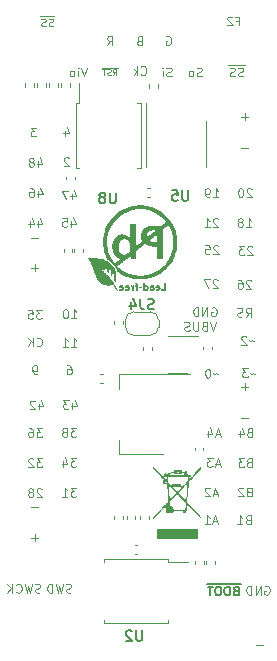
<source format=gbr>
G04 #@! TF.GenerationSoftware,KiCad,Pcbnew,(6.0.5)*
G04 #@! TF.CreationDate,2022-08-24T15:32:52-07:00*
G04 #@! TF.ProjectId,pico-ice,7069636f-2d69-4636-952e-6b696361645f,REV1*
G04 #@! TF.SameCoordinates,Original*
G04 #@! TF.FileFunction,Legend,Bot*
G04 #@! TF.FilePolarity,Positive*
%FSLAX46Y46*%
G04 Gerber Fmt 4.6, Leading zero omitted, Abs format (unit mm)*
G04 Created by KiCad (PCBNEW (6.0.5)) date 2022-08-24 15:32:52*
%MOMM*%
%LPD*%
G01*
G04 APERTURE LIST*
%ADD10C,0.120000*%
%ADD11C,0.100000*%
%ADD12C,0.127000*%
G04 APERTURE END LIST*
D10*
X70535800Y-94107000D02*
X70535800Y-94183200D01*
D11*
X80564800Y-74368428D02*
X80814800Y-74368428D01*
X80814800Y-74761285D02*
X80814800Y-74011285D01*
X80457657Y-74011285D01*
X80207657Y-74082714D02*
X80171942Y-74047000D01*
X80100514Y-74011285D01*
X79921942Y-74011285D01*
X79850514Y-74047000D01*
X79814800Y-74082714D01*
X79779085Y-74154142D01*
X79779085Y-74225571D01*
X79814800Y-74332714D01*
X80243371Y-74761285D01*
X79779085Y-74761285D01*
X72336428Y-76053428D02*
X72229285Y-76089142D01*
X72193571Y-76124857D01*
X72157857Y-76196285D01*
X72157857Y-76303428D01*
X72193571Y-76374857D01*
X72229285Y-76410571D01*
X72300714Y-76446285D01*
X72586428Y-76446285D01*
X72586428Y-75696285D01*
X72336428Y-75696285D01*
X72265000Y-75732000D01*
X72229285Y-75767714D01*
X72193571Y-75839142D01*
X72193571Y-75910571D01*
X72229285Y-75982000D01*
X72265000Y-76017714D01*
X72336428Y-76053428D01*
X72586428Y-76053428D01*
D10*
X66252742Y-103551485D02*
X66395600Y-103551485D01*
X66467028Y-103587200D01*
X66502742Y-103622914D01*
X66574171Y-103730057D01*
X66609885Y-103872914D01*
X66609885Y-104158628D01*
X66574171Y-104230057D01*
X66538457Y-104265771D01*
X66467028Y-104301485D01*
X66324171Y-104301485D01*
X66252742Y-104265771D01*
X66217028Y-104230057D01*
X66181314Y-104158628D01*
X66181314Y-103980057D01*
X66217028Y-103908628D01*
X66252742Y-103872914D01*
X66324171Y-103837200D01*
X66467028Y-103837200D01*
X66538457Y-103872914D01*
X66574171Y-103908628D01*
X66609885Y-103980057D01*
X66584485Y-91304685D02*
X66584485Y-91804685D01*
X66763057Y-91018971D02*
X66941628Y-91554685D01*
X66477342Y-91554685D01*
X65834485Y-91054685D02*
X66191628Y-91054685D01*
X66227342Y-91411828D01*
X66191628Y-91376114D01*
X66120200Y-91340400D01*
X65941628Y-91340400D01*
X65870200Y-91376114D01*
X65834485Y-91411828D01*
X65798771Y-91483257D01*
X65798771Y-91661828D01*
X65834485Y-91733257D01*
X65870200Y-91768971D01*
X65941628Y-91804685D01*
X66120200Y-91804685D01*
X66191628Y-91768971D01*
X66227342Y-91733257D01*
D11*
X72461428Y-78880857D02*
X72497142Y-78916571D01*
X72604285Y-78952285D01*
X72675714Y-78952285D01*
X72782857Y-78916571D01*
X72854285Y-78845142D01*
X72890000Y-78773714D01*
X72925714Y-78630857D01*
X72925714Y-78523714D01*
X72890000Y-78380857D01*
X72854285Y-78309428D01*
X72782857Y-78238000D01*
X72675714Y-78202285D01*
X72604285Y-78202285D01*
X72497142Y-78238000D01*
X72461428Y-78273714D01*
X72140000Y-78952285D02*
X72140000Y-78202285D01*
X72068571Y-78666571D02*
X71854285Y-78952285D01*
X71854285Y-78452285D02*
X72140000Y-78738000D01*
D10*
X66381285Y-85995314D02*
X66345571Y-85959600D01*
X66274142Y-85923885D01*
X66095571Y-85923885D01*
X66024142Y-85959600D01*
X65988428Y-85995314D01*
X65952714Y-86066742D01*
X65952714Y-86138171D01*
X65988428Y-86245314D01*
X66417000Y-86673885D01*
X65952714Y-86673885D01*
X81902228Y-93513714D02*
X81866514Y-93478000D01*
X81795085Y-93442285D01*
X81616514Y-93442285D01*
X81545085Y-93478000D01*
X81509371Y-93513714D01*
X81473657Y-93585142D01*
X81473657Y-93656571D01*
X81509371Y-93763714D01*
X81937942Y-94192285D01*
X81473657Y-94192285D01*
X81223657Y-93442285D02*
X80759371Y-93442285D01*
X81009371Y-93728000D01*
X80902228Y-93728000D01*
X80830800Y-93763714D01*
X80795085Y-93799428D01*
X80759371Y-93870857D01*
X80759371Y-94049428D01*
X80795085Y-94120857D01*
X80830800Y-94156571D01*
X80902228Y-94192285D01*
X81116514Y-94192285D01*
X81187942Y-94156571D01*
X81223657Y-94120857D01*
D11*
X67925457Y-78329285D02*
X67675457Y-79079285D01*
X67425457Y-78329285D01*
X67175457Y-79079285D02*
X67175457Y-78579285D01*
X67175457Y-78329285D02*
X67211171Y-78365000D01*
X67175457Y-78400714D01*
X67139742Y-78365000D01*
X67175457Y-78329285D01*
X67175457Y-78400714D01*
X66711171Y-79079285D02*
X66782600Y-79043571D01*
X66818314Y-79007857D01*
X66854028Y-78936428D01*
X66854028Y-78722142D01*
X66818314Y-78650714D01*
X66782600Y-78615000D01*
X66711171Y-78579285D01*
X66604028Y-78579285D01*
X66532600Y-78615000D01*
X66496885Y-78650714D01*
X66461171Y-78722142D01*
X66461171Y-78936428D01*
X66496885Y-79007857D01*
X66532600Y-79043571D01*
X66604028Y-79079285D01*
X66711171Y-79079285D01*
X65146161Y-73996550D02*
X64541400Y-73996550D01*
X65025209Y-74780623D02*
X64934495Y-74810861D01*
X64783304Y-74810861D01*
X64722828Y-74780623D01*
X64692590Y-74750385D01*
X64662352Y-74689909D01*
X64662352Y-74629433D01*
X64692590Y-74568957D01*
X64722828Y-74538719D01*
X64783304Y-74508480D01*
X64904257Y-74478242D01*
X64964733Y-74448004D01*
X64994971Y-74417766D01*
X65025209Y-74357290D01*
X65025209Y-74296814D01*
X64994971Y-74236338D01*
X64964733Y-74206100D01*
X64904257Y-74175861D01*
X64753066Y-74175861D01*
X64662352Y-74206100D01*
X64541400Y-73996550D02*
X63936638Y-73996550D01*
X64420447Y-74780623D02*
X64329733Y-74810861D01*
X64178542Y-74810861D01*
X64118066Y-74780623D01*
X64087828Y-74750385D01*
X64057590Y-74689909D01*
X64057590Y-74629433D01*
X64087828Y-74568957D01*
X64118066Y-74538719D01*
X64178542Y-74508480D01*
X64299495Y-74478242D01*
X64359971Y-74448004D01*
X64390209Y-74417766D01*
X64420447Y-74357290D01*
X64420447Y-74296814D01*
X64390209Y-74236338D01*
X64359971Y-74206100D01*
X64299495Y-74175861D01*
X64148304Y-74175861D01*
X64057590Y-74206100D01*
D10*
X81659771Y-109217228D02*
X81552628Y-109252942D01*
X81516914Y-109288657D01*
X81481200Y-109360085D01*
X81481200Y-109467228D01*
X81516914Y-109538657D01*
X81552628Y-109574371D01*
X81624057Y-109610085D01*
X81909771Y-109610085D01*
X81909771Y-108860085D01*
X81659771Y-108860085D01*
X81588342Y-108895800D01*
X81552628Y-108931514D01*
X81516914Y-109002942D01*
X81516914Y-109074371D01*
X81552628Y-109145800D01*
X81588342Y-109181514D01*
X81659771Y-109217228D01*
X81909771Y-109217228D01*
X80838342Y-109110085D02*
X80838342Y-109610085D01*
X81016914Y-108824371D02*
X81195485Y-109360085D01*
X80731200Y-109360085D01*
X66589257Y-101990085D02*
X67017828Y-101990085D01*
X66803542Y-101990085D02*
X66803542Y-101240085D01*
X66874971Y-101347228D01*
X66946400Y-101418657D01*
X67017828Y-101454371D01*
X65874971Y-101990085D02*
X66303542Y-101990085D01*
X66089257Y-101990085D02*
X66089257Y-101240085D01*
X66160685Y-101347228D01*
X66232114Y-101418657D01*
X66303542Y-101454371D01*
X78845000Y-99868485D02*
X78595000Y-100618485D01*
X78345000Y-99868485D01*
X77845000Y-100225628D02*
X77737857Y-100261342D01*
X77702142Y-100297057D01*
X77666428Y-100368485D01*
X77666428Y-100475628D01*
X77702142Y-100547057D01*
X77737857Y-100582771D01*
X77809285Y-100618485D01*
X78095000Y-100618485D01*
X78095000Y-99868485D01*
X77845000Y-99868485D01*
X77773571Y-99904200D01*
X77737857Y-99939914D01*
X77702142Y-100011342D01*
X77702142Y-100082771D01*
X77737857Y-100154200D01*
X77773571Y-100189914D01*
X77845000Y-100225628D01*
X78095000Y-100225628D01*
X77345000Y-99868485D02*
X77345000Y-100475628D01*
X77309285Y-100547057D01*
X77273571Y-100582771D01*
X77202142Y-100618485D01*
X77059285Y-100618485D01*
X76987857Y-100582771D01*
X76952142Y-100547057D01*
X76916428Y-100475628D01*
X76916428Y-99868485D01*
X76595000Y-100582771D02*
X76487857Y-100618485D01*
X76309285Y-100618485D01*
X76237857Y-100582771D01*
X76202142Y-100547057D01*
X76166428Y-100475628D01*
X76166428Y-100404200D01*
X76202142Y-100332771D01*
X76237857Y-100297057D01*
X76309285Y-100261342D01*
X76452142Y-100225628D01*
X76523571Y-100189914D01*
X76559285Y-100154200D01*
X76595000Y-100082771D01*
X76595000Y-100011342D01*
X76559285Y-99939914D01*
X76523571Y-99904200D01*
X76452142Y-99868485D01*
X76273571Y-99868485D01*
X76166428Y-99904200D01*
X64107142Y-108860085D02*
X63642857Y-108860085D01*
X63892857Y-109145800D01*
X63785714Y-109145800D01*
X63714285Y-109181514D01*
X63678571Y-109217228D01*
X63642857Y-109288657D01*
X63642857Y-109467228D01*
X63678571Y-109538657D01*
X63714285Y-109574371D01*
X63785714Y-109610085D01*
X64000000Y-109610085D01*
X64071428Y-109574371D01*
X64107142Y-109538657D01*
X63000000Y-108860085D02*
X63142857Y-108860085D01*
X63214285Y-108895800D01*
X63250000Y-108931514D01*
X63321428Y-109038657D01*
X63357142Y-109181514D01*
X63357142Y-109467228D01*
X63321428Y-109538657D01*
X63285714Y-109574371D01*
X63214285Y-109610085D01*
X63071428Y-109610085D01*
X63000000Y-109574371D01*
X62964285Y-109538657D01*
X62928571Y-109467228D01*
X62928571Y-109288657D01*
X62964285Y-109217228D01*
X63000000Y-109181514D01*
X63071428Y-109145800D01*
X63214285Y-109145800D01*
X63285714Y-109181514D01*
X63321428Y-109217228D01*
X63357142Y-109288657D01*
X63642857Y-104301485D02*
X63500000Y-104301485D01*
X63428571Y-104265771D01*
X63392857Y-104230057D01*
X63321428Y-104122914D01*
X63285714Y-103980057D01*
X63285714Y-103694342D01*
X63321428Y-103622914D01*
X63357142Y-103587200D01*
X63428571Y-103551485D01*
X63571428Y-103551485D01*
X63642857Y-103587200D01*
X63678571Y-103622914D01*
X63714285Y-103694342D01*
X63714285Y-103872914D01*
X63678571Y-103944342D01*
X63642857Y-103980057D01*
X63571428Y-104015771D01*
X63428571Y-104015771D01*
X63357142Y-103980057D01*
X63321428Y-103944342D01*
X63285714Y-103872914D01*
X81800628Y-96358514D02*
X81764914Y-96322800D01*
X81693485Y-96287085D01*
X81514914Y-96287085D01*
X81443485Y-96322800D01*
X81407771Y-96358514D01*
X81372057Y-96429942D01*
X81372057Y-96501371D01*
X81407771Y-96608514D01*
X81836342Y-97037085D01*
X81372057Y-97037085D01*
X80729200Y-96287085D02*
X80872057Y-96287085D01*
X80943485Y-96322800D01*
X80979200Y-96358514D01*
X81050628Y-96465657D01*
X81086342Y-96608514D01*
X81086342Y-96894228D01*
X81050628Y-96965657D01*
X81014914Y-97001371D01*
X80943485Y-97037085D01*
X80800628Y-97037085D01*
X80729200Y-97001371D01*
X80693485Y-96965657D01*
X80657771Y-96894228D01*
X80657771Y-96715657D01*
X80693485Y-96644228D01*
X80729200Y-96608514D01*
X80800628Y-96572800D01*
X80943485Y-96572800D01*
X81014914Y-96608514D01*
X81050628Y-96644228D01*
X81086342Y-96715657D01*
X67002742Y-111374685D02*
X66538457Y-111374685D01*
X66788457Y-111660400D01*
X66681314Y-111660400D01*
X66609885Y-111696114D01*
X66574171Y-111731828D01*
X66538457Y-111803257D01*
X66538457Y-111981828D01*
X66574171Y-112053257D01*
X66609885Y-112088971D01*
X66681314Y-112124685D01*
X66895600Y-112124685D01*
X66967028Y-112088971D01*
X67002742Y-112053257D01*
X65895600Y-111624685D02*
X65895600Y-112124685D01*
X66074171Y-111338971D02*
X66252742Y-111874685D01*
X65788457Y-111874685D01*
X81608971Y-114246428D02*
X81501828Y-114282142D01*
X81466114Y-114317857D01*
X81430400Y-114389285D01*
X81430400Y-114496428D01*
X81466114Y-114567857D01*
X81501828Y-114603571D01*
X81573257Y-114639285D01*
X81858971Y-114639285D01*
X81858971Y-113889285D01*
X81608971Y-113889285D01*
X81537542Y-113925000D01*
X81501828Y-113960714D01*
X81466114Y-114032142D01*
X81466114Y-114103571D01*
X81501828Y-114175000D01*
X81537542Y-114210714D01*
X81608971Y-114246428D01*
X81858971Y-114246428D01*
X81144685Y-113960714D02*
X81108971Y-113925000D01*
X81037542Y-113889285D01*
X80858971Y-113889285D01*
X80787542Y-113925000D01*
X80751828Y-113960714D01*
X80716114Y-114032142D01*
X80716114Y-114103571D01*
X80751828Y-114210714D01*
X81180400Y-114639285D01*
X80716114Y-114639285D01*
X78603457Y-89315485D02*
X79032028Y-89315485D01*
X78817742Y-89315485D02*
X78817742Y-88565485D01*
X78889171Y-88672628D01*
X78960600Y-88744057D01*
X79032028Y-88779771D01*
X78246314Y-89315485D02*
X78103457Y-89315485D01*
X78032028Y-89279771D01*
X77996314Y-89244057D01*
X77924885Y-89136914D01*
X77889171Y-88994057D01*
X77889171Y-88708342D01*
X77924885Y-88636914D01*
X77960600Y-88601200D01*
X78032028Y-88565485D01*
X78174885Y-88565485D01*
X78246314Y-88601200D01*
X78282028Y-88636914D01*
X78317742Y-88708342D01*
X78317742Y-88886914D01*
X78282028Y-88958342D01*
X78246314Y-88994057D01*
X78174885Y-89029771D01*
X78032028Y-89029771D01*
X77960600Y-88994057D01*
X77924885Y-88958342D01*
X77889171Y-88886914D01*
X79174114Y-109370400D02*
X78816971Y-109370400D01*
X79245542Y-109584685D02*
X78995542Y-108834685D01*
X78745542Y-109584685D01*
X78174114Y-109084685D02*
X78174114Y-109584685D01*
X78352685Y-108798971D02*
X78531257Y-109334685D01*
X78066971Y-109334685D01*
X66589257Y-99551685D02*
X67017828Y-99551685D01*
X66803542Y-99551685D02*
X66803542Y-98801685D01*
X66874971Y-98908828D01*
X66946400Y-98980257D01*
X67017828Y-99015971D01*
X66124971Y-98801685D02*
X66053542Y-98801685D01*
X65982114Y-98837400D01*
X65946400Y-98873114D01*
X65910685Y-98944542D01*
X65874971Y-99087400D01*
X65874971Y-99265971D01*
X65910685Y-99408828D01*
X65946400Y-99480257D01*
X65982114Y-99515971D01*
X66053542Y-99551685D01*
X66124971Y-99551685D01*
X66196400Y-99515971D01*
X66232114Y-99480257D01*
X66267828Y-99408828D01*
X66303542Y-99265971D01*
X66303542Y-99087400D01*
X66267828Y-98944542D01*
X66232114Y-98873114D01*
X66196400Y-98837400D01*
X66124971Y-98801685D01*
X63642857Y-101867857D02*
X63678571Y-101903571D01*
X63785714Y-101939285D01*
X63857142Y-101939285D01*
X63964285Y-101903571D01*
X64035714Y-101832142D01*
X64071428Y-101760714D01*
X64107142Y-101617857D01*
X64107142Y-101510714D01*
X64071428Y-101367857D01*
X64035714Y-101296428D01*
X63964285Y-101225000D01*
X63857142Y-101189285D01*
X63785714Y-101189285D01*
X63678571Y-101225000D01*
X63642857Y-101260714D01*
X63321428Y-101939285D02*
X63321428Y-101189285D01*
X62892857Y-101939285D02*
X63214285Y-101510714D01*
X62892857Y-101189285D02*
X63321428Y-101617857D01*
X79006628Y-91176914D02*
X78970914Y-91141200D01*
X78899485Y-91105485D01*
X78720914Y-91105485D01*
X78649485Y-91141200D01*
X78613771Y-91176914D01*
X78578057Y-91248342D01*
X78578057Y-91319771D01*
X78613771Y-91426914D01*
X79042342Y-91855485D01*
X78578057Y-91855485D01*
X77863771Y-91855485D02*
X78292342Y-91855485D01*
X78078057Y-91855485D02*
X78078057Y-91105485D01*
X78149485Y-91212628D01*
X78220914Y-91284057D01*
X78292342Y-91319771D01*
X81565714Y-108003571D02*
X80994285Y-108003571D01*
D11*
X69617857Y-76412285D02*
X69867857Y-76055142D01*
X70046428Y-76412285D02*
X70046428Y-75662285D01*
X69760714Y-75662285D01*
X69689285Y-75698000D01*
X69653571Y-75733714D01*
X69617857Y-75805142D01*
X69617857Y-75912285D01*
X69653571Y-75983714D01*
X69689285Y-76019428D01*
X69760714Y-76055142D01*
X70046428Y-76055142D01*
D10*
X82011371Y-101501171D02*
X81975657Y-101465457D01*
X81904228Y-101429742D01*
X81761371Y-101501171D01*
X81689942Y-101465457D01*
X81654228Y-101429742D01*
X81404228Y-101108314D02*
X81368514Y-101072600D01*
X81297085Y-101036885D01*
X81118514Y-101036885D01*
X81047085Y-101072600D01*
X81011371Y-101108314D01*
X80975657Y-101179742D01*
X80975657Y-101251171D01*
X81011371Y-101358314D01*
X81439942Y-101786885D01*
X80975657Y-101786885D01*
X82969028Y-122230800D02*
X83040457Y-122195085D01*
X83147600Y-122195085D01*
X83254742Y-122230800D01*
X83326171Y-122302228D01*
X83361885Y-122373657D01*
X83397600Y-122516514D01*
X83397600Y-122623657D01*
X83361885Y-122766514D01*
X83326171Y-122837942D01*
X83254742Y-122909371D01*
X83147600Y-122945085D01*
X83076171Y-122945085D01*
X82969028Y-122909371D01*
X82933314Y-122873657D01*
X82933314Y-122623657D01*
X83076171Y-122623657D01*
X82611885Y-122945085D02*
X82611885Y-122195085D01*
X82183314Y-122945085D01*
X82183314Y-122195085D01*
X81826171Y-122945085D02*
X81826171Y-122195085D01*
X81647600Y-122195085D01*
X81540457Y-122230800D01*
X81469028Y-122302228D01*
X81433314Y-122373657D01*
X81397600Y-122516514D01*
X81397600Y-122623657D01*
X81433314Y-122766514D01*
X81469028Y-122837942D01*
X81540457Y-122909371D01*
X81647600Y-122945085D01*
X81826171Y-122945085D01*
D12*
X80948428Y-122059500D02*
X80198428Y-122059500D01*
X80519857Y-122628428D02*
X80412714Y-122664142D01*
X80377000Y-122699857D01*
X80341285Y-122771285D01*
X80341285Y-122878428D01*
X80377000Y-122949857D01*
X80412714Y-122985571D01*
X80484142Y-123021285D01*
X80769857Y-123021285D01*
X80769857Y-122271285D01*
X80519857Y-122271285D01*
X80448428Y-122307000D01*
X80412714Y-122342714D01*
X80377000Y-122414142D01*
X80377000Y-122485571D01*
X80412714Y-122557000D01*
X80448428Y-122592714D01*
X80519857Y-122628428D01*
X80769857Y-122628428D01*
X80198428Y-122059500D02*
X79412714Y-122059500D01*
X79877000Y-122271285D02*
X79734142Y-122271285D01*
X79662714Y-122307000D01*
X79591285Y-122378428D01*
X79555571Y-122521285D01*
X79555571Y-122771285D01*
X79591285Y-122914142D01*
X79662714Y-122985571D01*
X79734142Y-123021285D01*
X79877000Y-123021285D01*
X79948428Y-122985571D01*
X80019857Y-122914142D01*
X80055571Y-122771285D01*
X80055571Y-122521285D01*
X80019857Y-122378428D01*
X79948428Y-122307000D01*
X79877000Y-122271285D01*
X79412714Y-122059500D02*
X78627000Y-122059500D01*
X79091285Y-122271285D02*
X78948428Y-122271285D01*
X78877000Y-122307000D01*
X78805571Y-122378428D01*
X78769857Y-122521285D01*
X78769857Y-122771285D01*
X78805571Y-122914142D01*
X78877000Y-122985571D01*
X78948428Y-123021285D01*
X79091285Y-123021285D01*
X79162714Y-122985571D01*
X79234142Y-122914142D01*
X79269857Y-122771285D01*
X79269857Y-122521285D01*
X79234142Y-122378428D01*
X79162714Y-122307000D01*
X79091285Y-122271285D01*
X78627000Y-122059500D02*
X78055571Y-122059500D01*
X78555571Y-122271285D02*
X78127000Y-122271285D01*
X78341285Y-123021285D02*
X78341285Y-122271285D01*
D10*
X81397457Y-91830085D02*
X81826028Y-91830085D01*
X81611742Y-91830085D02*
X81611742Y-91080085D01*
X81683171Y-91187228D01*
X81754600Y-91258657D01*
X81826028Y-91294371D01*
X80968885Y-91401514D02*
X81040314Y-91365800D01*
X81076028Y-91330085D01*
X81111742Y-91258657D01*
X81111742Y-91222942D01*
X81076028Y-91151514D01*
X81040314Y-91115800D01*
X80968885Y-91080085D01*
X80826028Y-91080085D01*
X80754600Y-91115800D01*
X80718885Y-91151514D01*
X80683171Y-91222942D01*
X80683171Y-91258657D01*
X80718885Y-91330085D01*
X80754600Y-91365800D01*
X80826028Y-91401514D01*
X80968885Y-91401514D01*
X81040314Y-91437228D01*
X81076028Y-91472942D01*
X81111742Y-91544371D01*
X81111742Y-91687228D01*
X81076028Y-91758657D01*
X81040314Y-91794371D01*
X80968885Y-91830085D01*
X80826028Y-91830085D01*
X80754600Y-91794371D01*
X80718885Y-91758657D01*
X80683171Y-91687228D01*
X80683171Y-91544371D01*
X80718885Y-91472942D01*
X80754600Y-91437228D01*
X80826028Y-91401514D01*
X63785714Y-95278171D02*
X63214285Y-95278171D01*
X63500000Y-95563885D02*
X63500000Y-94992457D01*
X64071428Y-114011514D02*
X64035714Y-113975800D01*
X63964285Y-113940085D01*
X63785714Y-113940085D01*
X63714285Y-113975800D01*
X63678571Y-114011514D01*
X63642857Y-114082942D01*
X63642857Y-114154371D01*
X63678571Y-114261514D01*
X64107142Y-114690085D01*
X63642857Y-114690085D01*
X63214285Y-114261514D02*
X63285714Y-114225800D01*
X63321428Y-114190085D01*
X63357142Y-114118657D01*
X63357142Y-114082942D01*
X63321428Y-114011514D01*
X63285714Y-113975800D01*
X63214285Y-113940085D01*
X63071428Y-113940085D01*
X63000000Y-113975800D01*
X62964285Y-114011514D01*
X62928571Y-114082942D01*
X62928571Y-114118657D01*
X62964285Y-114190085D01*
X63000000Y-114225800D01*
X63071428Y-114261514D01*
X63214285Y-114261514D01*
X63285714Y-114297228D01*
X63321428Y-114332942D01*
X63357142Y-114404371D01*
X63357142Y-114547228D01*
X63321428Y-114618657D01*
X63285714Y-114654371D01*
X63214285Y-114690085D01*
X63071428Y-114690085D01*
X63000000Y-114654371D01*
X62964285Y-114618657D01*
X62928571Y-114547228D01*
X62928571Y-114404371D01*
X62964285Y-114332942D01*
X63000000Y-114297228D01*
X63071428Y-114261514D01*
X82112971Y-104269771D02*
X82077257Y-104234057D01*
X82005828Y-104198342D01*
X81862971Y-104269771D01*
X81791542Y-104234057D01*
X81755828Y-104198342D01*
X81541542Y-103805485D02*
X81077257Y-103805485D01*
X81327257Y-104091200D01*
X81220114Y-104091200D01*
X81148685Y-104126914D01*
X81112971Y-104162628D01*
X81077257Y-104234057D01*
X81077257Y-104412628D01*
X81112971Y-104484057D01*
X81148685Y-104519771D01*
X81220114Y-104555485D01*
X81434400Y-104555485D01*
X81505828Y-104519771D01*
X81541542Y-104484057D01*
X63785714Y-118138171D02*
X63214285Y-118138171D01*
X63500000Y-118423885D02*
X63500000Y-117852457D01*
X67002742Y-108834685D02*
X66538457Y-108834685D01*
X66788457Y-109120400D01*
X66681314Y-109120400D01*
X66609885Y-109156114D01*
X66574171Y-109191828D01*
X66538457Y-109263257D01*
X66538457Y-109441828D01*
X66574171Y-109513257D01*
X66609885Y-109548971D01*
X66681314Y-109584685D01*
X66895600Y-109584685D01*
X66967028Y-109548971D01*
X67002742Y-109513257D01*
X66109885Y-109156114D02*
X66181314Y-109120400D01*
X66217028Y-109084685D01*
X66252742Y-109013257D01*
X66252742Y-108977542D01*
X66217028Y-108906114D01*
X66181314Y-108870400D01*
X66109885Y-108834685D01*
X65967028Y-108834685D01*
X65895600Y-108870400D01*
X65859885Y-108906114D01*
X65824171Y-108977542D01*
X65824171Y-109013257D01*
X65859885Y-109084685D01*
X65895600Y-109120400D01*
X65967028Y-109156114D01*
X66109885Y-109156114D01*
X66181314Y-109191828D01*
X66217028Y-109227542D01*
X66252742Y-109298971D01*
X66252742Y-109441828D01*
X66217028Y-109513257D01*
X66181314Y-109548971D01*
X66109885Y-109584685D01*
X65967028Y-109584685D01*
X65895600Y-109548971D01*
X65859885Y-109513257D01*
X65824171Y-109441828D01*
X65824171Y-109298971D01*
X65859885Y-109227542D01*
X65895600Y-109191828D01*
X65967028Y-109156114D01*
D11*
X74606571Y-75698000D02*
X74678000Y-75662285D01*
X74785142Y-75662285D01*
X74892285Y-75698000D01*
X74963714Y-75769428D01*
X74999428Y-75840857D01*
X75035142Y-75983714D01*
X75035142Y-76090857D01*
X74999428Y-76233714D01*
X74963714Y-76305142D01*
X74892285Y-76376571D01*
X74785142Y-76412285D01*
X74713714Y-76412285D01*
X74606571Y-76376571D01*
X74570857Y-76340857D01*
X74570857Y-76090857D01*
X74713714Y-76090857D01*
D10*
X66609885Y-88993285D02*
X66609885Y-89493285D01*
X66788457Y-88707571D02*
X66967028Y-89243285D01*
X66502742Y-89243285D01*
X66288457Y-88743285D02*
X65788457Y-88743285D01*
X66109885Y-89493285D01*
X78981228Y-96333114D02*
X78945514Y-96297400D01*
X78874085Y-96261685D01*
X78695514Y-96261685D01*
X78624085Y-96297400D01*
X78588371Y-96333114D01*
X78552657Y-96404542D01*
X78552657Y-96475971D01*
X78588371Y-96583114D01*
X79016942Y-97011685D01*
X78552657Y-97011685D01*
X78302657Y-96261685D02*
X77802657Y-96261685D01*
X78124085Y-97011685D01*
X63765085Y-91330085D02*
X63765085Y-91830085D01*
X63943657Y-91044371D02*
X64122228Y-91580085D01*
X63657942Y-91580085D01*
X63050800Y-91330085D02*
X63050800Y-91830085D01*
X63229371Y-91044371D02*
X63407942Y-91580085D01*
X62943657Y-91580085D01*
X81565714Y-105336571D02*
X80994285Y-105336571D01*
X81280000Y-105622285D02*
X81280000Y-105050857D01*
D11*
X70528571Y-78325000D02*
X70028571Y-78325000D01*
X70123809Y-78966190D02*
X70290476Y-78728095D01*
X70409523Y-78966190D02*
X70409523Y-78466190D01*
X70219047Y-78466190D01*
X70171428Y-78490000D01*
X70147619Y-78513809D01*
X70123809Y-78561428D01*
X70123809Y-78632857D01*
X70147619Y-78680476D01*
X70171428Y-78704285D01*
X70219047Y-78728095D01*
X70409523Y-78728095D01*
X70028571Y-78325000D02*
X69552380Y-78325000D01*
X69933333Y-78942380D02*
X69861904Y-78966190D01*
X69742857Y-78966190D01*
X69695238Y-78942380D01*
X69671428Y-78918571D01*
X69647619Y-78870952D01*
X69647619Y-78823333D01*
X69671428Y-78775714D01*
X69695238Y-78751904D01*
X69742857Y-78728095D01*
X69838095Y-78704285D01*
X69885714Y-78680476D01*
X69909523Y-78656666D01*
X69933333Y-78609047D01*
X69933333Y-78561428D01*
X69909523Y-78513809D01*
X69885714Y-78490000D01*
X69838095Y-78466190D01*
X69719047Y-78466190D01*
X69647619Y-78490000D01*
X69552380Y-78325000D02*
X69171428Y-78325000D01*
X69504761Y-78466190D02*
X69219047Y-78466190D01*
X69361904Y-78966190D02*
X69361904Y-78466190D01*
D10*
X67002742Y-113914685D02*
X66538457Y-113914685D01*
X66788457Y-114200400D01*
X66681314Y-114200400D01*
X66609885Y-114236114D01*
X66574171Y-114271828D01*
X66538457Y-114343257D01*
X66538457Y-114521828D01*
X66574171Y-114593257D01*
X66609885Y-114628971D01*
X66681314Y-114664685D01*
X66895600Y-114664685D01*
X66967028Y-114628971D01*
X67002742Y-114593257D01*
X65824171Y-114664685D02*
X66252742Y-114664685D01*
X66038457Y-114664685D02*
X66038457Y-113914685D01*
X66109885Y-114021828D01*
X66181314Y-114093257D01*
X66252742Y-114128971D01*
X82835714Y-127180571D02*
X82264285Y-127180571D01*
D11*
X81283085Y-78117500D02*
X80568800Y-78117500D01*
X81140228Y-79043571D02*
X81033085Y-79079285D01*
X80854514Y-79079285D01*
X80783085Y-79043571D01*
X80747371Y-79007857D01*
X80711657Y-78936428D01*
X80711657Y-78865000D01*
X80747371Y-78793571D01*
X80783085Y-78757857D01*
X80854514Y-78722142D01*
X80997371Y-78686428D01*
X81068800Y-78650714D01*
X81104514Y-78615000D01*
X81140228Y-78543571D01*
X81140228Y-78472142D01*
X81104514Y-78400714D01*
X81068800Y-78365000D01*
X80997371Y-78329285D01*
X80818800Y-78329285D01*
X80711657Y-78365000D01*
X80568800Y-78117500D02*
X79854514Y-78117500D01*
X80425942Y-79043571D02*
X80318800Y-79079285D01*
X80140228Y-79079285D01*
X80068800Y-79043571D01*
X80033085Y-79007857D01*
X79997371Y-78936428D01*
X79997371Y-78865000D01*
X80033085Y-78793571D01*
X80068800Y-78757857D01*
X80140228Y-78722142D01*
X80283085Y-78686428D01*
X80354514Y-78650714D01*
X80390228Y-78615000D01*
X80425942Y-78543571D01*
X80425942Y-78472142D01*
X80390228Y-78400714D01*
X80354514Y-78365000D01*
X80283085Y-78329285D01*
X80104514Y-78329285D01*
X79997371Y-78365000D01*
D10*
X63841285Y-106773285D02*
X63841285Y-107273285D01*
X64019857Y-106487571D02*
X64198428Y-107023285D01*
X63734142Y-107023285D01*
X63484142Y-106594714D02*
X63448428Y-106559000D01*
X63377000Y-106523285D01*
X63198428Y-106523285D01*
X63127000Y-106559000D01*
X63091285Y-106594714D01*
X63055571Y-106666142D01*
X63055571Y-106737571D01*
X63091285Y-106844714D01*
X63519857Y-107273285D01*
X63055571Y-107273285D01*
X63765085Y-86224685D02*
X63765085Y-86724685D01*
X63943657Y-85938971D02*
X64122228Y-86474685D01*
X63657942Y-86474685D01*
X63265085Y-86296114D02*
X63336514Y-86260400D01*
X63372228Y-86224685D01*
X63407942Y-86153257D01*
X63407942Y-86117542D01*
X63372228Y-86046114D01*
X63336514Y-86010400D01*
X63265085Y-85974685D01*
X63122228Y-85974685D01*
X63050800Y-86010400D01*
X63015085Y-86046114D01*
X62979371Y-86117542D01*
X62979371Y-86153257D01*
X63015085Y-86224685D01*
X63050800Y-86260400D01*
X63122228Y-86296114D01*
X63265085Y-86296114D01*
X63336514Y-86331828D01*
X63372228Y-86367542D01*
X63407942Y-86438971D01*
X63407942Y-86581828D01*
X63372228Y-86653257D01*
X63336514Y-86688971D01*
X63265085Y-86724685D01*
X63122228Y-86724685D01*
X63050800Y-86688971D01*
X63015085Y-86653257D01*
X62979371Y-86581828D01*
X62979371Y-86438971D01*
X63015085Y-86367542D01*
X63050800Y-86331828D01*
X63122228Y-86296114D01*
X81634371Y-111757228D02*
X81527228Y-111792942D01*
X81491514Y-111828657D01*
X81455800Y-111900085D01*
X81455800Y-112007228D01*
X81491514Y-112078657D01*
X81527228Y-112114371D01*
X81598657Y-112150085D01*
X81884371Y-112150085D01*
X81884371Y-111400085D01*
X81634371Y-111400085D01*
X81562942Y-111435800D01*
X81527228Y-111471514D01*
X81491514Y-111542942D01*
X81491514Y-111614371D01*
X81527228Y-111685800D01*
X81562942Y-111721514D01*
X81634371Y-111757228D01*
X81884371Y-111757228D01*
X81205800Y-111400085D02*
X80741514Y-111400085D01*
X80991514Y-111685800D01*
X80884371Y-111685800D01*
X80812942Y-111721514D01*
X80777228Y-111757228D01*
X80741514Y-111828657D01*
X80741514Y-112007228D01*
X80777228Y-112078657D01*
X80812942Y-112114371D01*
X80884371Y-112150085D01*
X81098657Y-112150085D01*
X81170085Y-112114371D01*
X81205800Y-112078657D01*
X81851428Y-88611514D02*
X81815714Y-88575800D01*
X81744285Y-88540085D01*
X81565714Y-88540085D01*
X81494285Y-88575800D01*
X81458571Y-88611514D01*
X81422857Y-88682942D01*
X81422857Y-88754371D01*
X81458571Y-88861514D01*
X81887142Y-89290085D01*
X81422857Y-89290085D01*
X80958571Y-88540085D02*
X80887142Y-88540085D01*
X80815714Y-88575800D01*
X80780000Y-88611514D01*
X80744285Y-88682942D01*
X80708571Y-88825800D01*
X80708571Y-89004371D01*
X80744285Y-89147228D01*
X80780000Y-89218657D01*
X80815714Y-89254371D01*
X80887142Y-89290085D01*
X80958571Y-89290085D01*
X81030000Y-89254371D01*
X81065714Y-89218657D01*
X81101428Y-89147228D01*
X81137142Y-89004371D01*
X81137142Y-88825800D01*
X81101428Y-88682942D01*
X81065714Y-88611514D01*
X81030000Y-88575800D01*
X80958571Y-88540085D01*
X78945514Y-116761800D02*
X78588371Y-116761800D01*
X79016942Y-116976085D02*
X78766942Y-116226085D01*
X78516942Y-116976085D01*
X77874085Y-116976085D02*
X78302657Y-116976085D01*
X78088371Y-116976085D02*
X78088371Y-116226085D01*
X78159800Y-116333228D01*
X78231228Y-116404657D01*
X78302657Y-116440371D01*
X81565714Y-85143571D02*
X80994285Y-85143571D01*
D11*
X75068857Y-79043571D02*
X74961714Y-79079285D01*
X74783142Y-79079285D01*
X74711714Y-79043571D01*
X74676000Y-79007857D01*
X74640285Y-78936428D01*
X74640285Y-78865000D01*
X74676000Y-78793571D01*
X74711714Y-78757857D01*
X74783142Y-78722142D01*
X74926000Y-78686428D01*
X74997428Y-78650714D01*
X75033142Y-78615000D01*
X75068857Y-78543571D01*
X75068857Y-78472142D01*
X75033142Y-78400714D01*
X74997428Y-78365000D01*
X74926000Y-78329285D01*
X74747428Y-78329285D01*
X74640285Y-78365000D01*
X74318857Y-79079285D02*
X74318857Y-78579285D01*
X74318857Y-78329285D02*
X74354571Y-78365000D01*
X74318857Y-78400714D01*
X74283142Y-78365000D01*
X74318857Y-78329285D01*
X74318857Y-78400714D01*
D10*
X66024142Y-83659285D02*
X66024142Y-84159285D01*
X66202714Y-83373571D02*
X66381285Y-83909285D01*
X65917000Y-83909285D01*
X81354200Y-99424685D02*
X81604200Y-99067542D01*
X81782771Y-99424685D02*
X81782771Y-98674685D01*
X81497057Y-98674685D01*
X81425628Y-98710400D01*
X81389914Y-98746114D01*
X81354200Y-98817542D01*
X81354200Y-98924685D01*
X81389914Y-98996114D01*
X81425628Y-99031828D01*
X81497057Y-99067542D01*
X81782771Y-99067542D01*
X81068485Y-99388971D02*
X80961342Y-99424685D01*
X80782771Y-99424685D01*
X80711342Y-99388971D01*
X80675628Y-99353257D01*
X80639914Y-99281828D01*
X80639914Y-99210400D01*
X80675628Y-99138971D01*
X80711342Y-99103257D01*
X80782771Y-99067542D01*
X80925628Y-99031828D01*
X80997057Y-98996114D01*
X81032771Y-98960400D01*
X81068485Y-98888971D01*
X81068485Y-98817542D01*
X81032771Y-98746114D01*
X80997057Y-98710400D01*
X80925628Y-98674685D01*
X80747057Y-98674685D01*
X80639914Y-98710400D01*
X64081742Y-98852485D02*
X63617457Y-98852485D01*
X63867457Y-99138200D01*
X63760314Y-99138200D01*
X63688885Y-99173914D01*
X63653171Y-99209628D01*
X63617457Y-99281057D01*
X63617457Y-99459628D01*
X63653171Y-99531057D01*
X63688885Y-99566771D01*
X63760314Y-99602485D01*
X63974600Y-99602485D01*
X64046028Y-99566771D01*
X64081742Y-99531057D01*
X62938885Y-98852485D02*
X63296028Y-98852485D01*
X63331742Y-99209628D01*
X63296028Y-99173914D01*
X63224600Y-99138200D01*
X63046028Y-99138200D01*
X62974600Y-99173914D01*
X62938885Y-99209628D01*
X62903171Y-99281057D01*
X62903171Y-99459628D01*
X62938885Y-99531057D01*
X62974600Y-99566771D01*
X63046028Y-99602485D01*
X63224600Y-99602485D01*
X63296028Y-99566771D01*
X63331742Y-99531057D01*
X64107142Y-111400085D02*
X63642857Y-111400085D01*
X63892857Y-111685800D01*
X63785714Y-111685800D01*
X63714285Y-111721514D01*
X63678571Y-111757228D01*
X63642857Y-111828657D01*
X63642857Y-112007228D01*
X63678571Y-112078657D01*
X63714285Y-112114371D01*
X63785714Y-112150085D01*
X64000000Y-112150085D01*
X64071428Y-112114371D01*
X64107142Y-112078657D01*
X63357142Y-111471514D02*
X63321428Y-111435800D01*
X63250000Y-111400085D01*
X63071428Y-111400085D01*
X63000000Y-111435800D01*
X62964285Y-111471514D01*
X62928571Y-111542942D01*
X62928571Y-111614371D01*
X62964285Y-111721514D01*
X63392857Y-112150085D01*
X62928571Y-112150085D01*
X81540314Y-82501971D02*
X80968885Y-82501971D01*
X81254600Y-82787685D02*
X81254600Y-82216257D01*
X66575257Y-122756971D02*
X66468114Y-122792685D01*
X66289542Y-122792685D01*
X66218114Y-122756971D01*
X66182400Y-122721257D01*
X66146685Y-122649828D01*
X66146685Y-122578400D01*
X66182400Y-122506971D01*
X66218114Y-122471257D01*
X66289542Y-122435542D01*
X66432400Y-122399828D01*
X66503828Y-122364114D01*
X66539542Y-122328400D01*
X66575257Y-122256971D01*
X66575257Y-122185542D01*
X66539542Y-122114114D01*
X66503828Y-122078400D01*
X66432400Y-122042685D01*
X66253828Y-122042685D01*
X66146685Y-122078400D01*
X65896685Y-122042685D02*
X65718114Y-122792685D01*
X65575257Y-122256971D01*
X65432400Y-122792685D01*
X65253828Y-122042685D01*
X64968114Y-122792685D02*
X64968114Y-122042685D01*
X64789542Y-122042685D01*
X64682400Y-122078400D01*
X64610971Y-122149828D01*
X64575257Y-122221257D01*
X64539542Y-122364114D01*
X64539542Y-122471257D01*
X64575257Y-122614114D01*
X64610971Y-122685542D01*
X64682400Y-122756971D01*
X64789542Y-122792685D01*
X64968114Y-122792685D01*
X78473228Y-98659600D02*
X78544657Y-98623885D01*
X78651800Y-98623885D01*
X78758942Y-98659600D01*
X78830371Y-98731028D01*
X78866085Y-98802457D01*
X78901800Y-98945314D01*
X78901800Y-99052457D01*
X78866085Y-99195314D01*
X78830371Y-99266742D01*
X78758942Y-99338171D01*
X78651800Y-99373885D01*
X78580371Y-99373885D01*
X78473228Y-99338171D01*
X78437514Y-99302457D01*
X78437514Y-99052457D01*
X78580371Y-99052457D01*
X78116085Y-99373885D02*
X78116085Y-98623885D01*
X77687514Y-99373885D01*
X77687514Y-98623885D01*
X77330371Y-99373885D02*
X77330371Y-98623885D01*
X77151800Y-98623885D01*
X77044657Y-98659600D01*
X76973228Y-98731028D01*
X76937514Y-98802457D01*
X76901800Y-98945314D01*
X76901800Y-99052457D01*
X76937514Y-99195314D01*
X76973228Y-99266742D01*
X77044657Y-99338171D01*
X77151800Y-99373885D01*
X77330371Y-99373885D01*
X79032028Y-93437514D02*
X78996314Y-93401800D01*
X78924885Y-93366085D01*
X78746314Y-93366085D01*
X78674885Y-93401800D01*
X78639171Y-93437514D01*
X78603457Y-93508942D01*
X78603457Y-93580371D01*
X78639171Y-93687514D01*
X79067742Y-94116085D01*
X78603457Y-94116085D01*
X77924885Y-93366085D02*
X78282028Y-93366085D01*
X78317742Y-93723228D01*
X78282028Y-93687514D01*
X78210600Y-93651800D01*
X78032028Y-93651800D01*
X77960600Y-93687514D01*
X77924885Y-93723228D01*
X77889171Y-93794657D01*
X77889171Y-93973228D01*
X77924885Y-94044657D01*
X77960600Y-94080371D01*
X78032028Y-94116085D01*
X78210600Y-94116085D01*
X78282028Y-94080371D01*
X78317742Y-94044657D01*
X63785714Y-92738171D02*
X63214285Y-92738171D01*
X78970914Y-114425000D02*
X78613771Y-114425000D01*
X79042342Y-114639285D02*
X78792342Y-113889285D01*
X78542342Y-114639285D01*
X78328057Y-113960714D02*
X78292342Y-113925000D01*
X78220914Y-113889285D01*
X78042342Y-113889285D01*
X77970914Y-113925000D01*
X77935200Y-113960714D01*
X77899485Y-114032142D01*
X77899485Y-114103571D01*
X77935200Y-114210714D01*
X78363771Y-114639285D01*
X77899485Y-114639285D01*
D11*
X77642571Y-79043571D02*
X77535428Y-79079285D01*
X77356857Y-79079285D01*
X77285428Y-79043571D01*
X77249714Y-79007857D01*
X77214000Y-78936428D01*
X77214000Y-78865000D01*
X77249714Y-78793571D01*
X77285428Y-78757857D01*
X77356857Y-78722142D01*
X77499714Y-78686428D01*
X77571142Y-78650714D01*
X77606857Y-78615000D01*
X77642571Y-78543571D01*
X77642571Y-78472142D01*
X77606857Y-78400714D01*
X77571142Y-78365000D01*
X77499714Y-78329285D01*
X77321142Y-78329285D01*
X77214000Y-78365000D01*
X76785428Y-79079285D02*
X76856857Y-79043571D01*
X76892571Y-79007857D01*
X76928285Y-78936428D01*
X76928285Y-78722142D01*
X76892571Y-78650714D01*
X76856857Y-78615000D01*
X76785428Y-78579285D01*
X76678285Y-78579285D01*
X76606857Y-78615000D01*
X76571142Y-78650714D01*
X76535428Y-78722142D01*
X76535428Y-78936428D01*
X76571142Y-79007857D01*
X76606857Y-79043571D01*
X76678285Y-79079285D01*
X76785428Y-79079285D01*
D10*
X81532771Y-116608628D02*
X81425628Y-116644342D01*
X81389914Y-116680057D01*
X81354200Y-116751485D01*
X81354200Y-116858628D01*
X81389914Y-116930057D01*
X81425628Y-116965771D01*
X81497057Y-117001485D01*
X81782771Y-117001485D01*
X81782771Y-116251485D01*
X81532771Y-116251485D01*
X81461342Y-116287200D01*
X81425628Y-116322914D01*
X81389914Y-116394342D01*
X81389914Y-116465771D01*
X81425628Y-116537200D01*
X81461342Y-116572914D01*
X81532771Y-116608628D01*
X81782771Y-116608628D01*
X80639914Y-117001485D02*
X81068485Y-117001485D01*
X80854200Y-117001485D02*
X80854200Y-116251485D01*
X80925628Y-116358628D01*
X80997057Y-116430057D01*
X81068485Y-116465771D01*
X78963371Y-104295171D02*
X78927657Y-104259457D01*
X78856228Y-104223742D01*
X78713371Y-104295171D01*
X78641942Y-104259457D01*
X78606228Y-104223742D01*
X78177657Y-103830885D02*
X78106228Y-103830885D01*
X78034800Y-103866600D01*
X77999085Y-103902314D01*
X77963371Y-103973742D01*
X77927657Y-104116600D01*
X77927657Y-104295171D01*
X77963371Y-104438028D01*
X77999085Y-104509457D01*
X78034800Y-104545171D01*
X78106228Y-104580885D01*
X78177657Y-104580885D01*
X78249085Y-104545171D01*
X78284800Y-104509457D01*
X78320514Y-104438028D01*
X78356228Y-104295171D01*
X78356228Y-104116600D01*
X78320514Y-103973742D01*
X78284800Y-103902314D01*
X78249085Y-103866600D01*
X78177657Y-103830885D01*
X63790485Y-88790085D02*
X63790485Y-89290085D01*
X63969057Y-88504371D02*
X64147628Y-89040085D01*
X63683342Y-89040085D01*
X63076200Y-88540085D02*
X63219057Y-88540085D01*
X63290485Y-88575800D01*
X63326200Y-88611514D01*
X63397628Y-88718657D01*
X63433342Y-88861514D01*
X63433342Y-89147228D01*
X63397628Y-89218657D01*
X63361914Y-89254371D01*
X63290485Y-89290085D01*
X63147628Y-89290085D01*
X63076200Y-89254371D01*
X63040485Y-89218657D01*
X63004771Y-89147228D01*
X63004771Y-88968657D01*
X63040485Y-88897228D01*
X63076200Y-88861514D01*
X63147628Y-88825800D01*
X63290485Y-88825800D01*
X63361914Y-88861514D01*
X63397628Y-88897228D01*
X63433342Y-88968657D01*
X63953057Y-122756971D02*
X63845914Y-122792685D01*
X63667342Y-122792685D01*
X63595914Y-122756971D01*
X63560200Y-122721257D01*
X63524485Y-122649828D01*
X63524485Y-122578400D01*
X63560200Y-122506971D01*
X63595914Y-122471257D01*
X63667342Y-122435542D01*
X63810200Y-122399828D01*
X63881628Y-122364114D01*
X63917342Y-122328400D01*
X63953057Y-122256971D01*
X63953057Y-122185542D01*
X63917342Y-122114114D01*
X63881628Y-122078400D01*
X63810200Y-122042685D01*
X63631628Y-122042685D01*
X63524485Y-122078400D01*
X63274485Y-122042685D02*
X63095914Y-122792685D01*
X62953057Y-122256971D01*
X62810200Y-122792685D01*
X62631628Y-122042685D01*
X61917342Y-122721257D02*
X61953057Y-122756971D01*
X62060200Y-122792685D01*
X62131628Y-122792685D01*
X62238771Y-122756971D01*
X62310200Y-122685542D01*
X62345914Y-122614114D01*
X62381628Y-122471257D01*
X62381628Y-122364114D01*
X62345914Y-122221257D01*
X62310200Y-122149828D01*
X62238771Y-122078400D01*
X62131628Y-122042685D01*
X62060200Y-122042685D01*
X61953057Y-122078400D01*
X61917342Y-122114114D01*
X61595914Y-122792685D02*
X61595914Y-122042685D01*
X61167342Y-122792685D02*
X61488771Y-122364114D01*
X61167342Y-122042685D02*
X61595914Y-122471257D01*
X63785714Y-115572771D02*
X63214285Y-115572771D01*
X63623000Y-83409285D02*
X63158714Y-83409285D01*
X63408714Y-83695000D01*
X63301571Y-83695000D01*
X63230142Y-83730714D01*
X63194428Y-83766428D01*
X63158714Y-83837857D01*
X63158714Y-84016428D01*
X63194428Y-84087857D01*
X63230142Y-84123571D01*
X63301571Y-84159285D01*
X63515857Y-84159285D01*
X63587285Y-84123571D01*
X63623000Y-84087857D01*
X66686085Y-106747885D02*
X66686085Y-107247885D01*
X66864657Y-106462171D02*
X67043228Y-106997885D01*
X66578942Y-106997885D01*
X66364657Y-106497885D02*
X65900371Y-106497885D01*
X66150371Y-106783600D01*
X66043228Y-106783600D01*
X65971800Y-106819314D01*
X65936085Y-106855028D01*
X65900371Y-106926457D01*
X65900371Y-107105028D01*
X65936085Y-107176457D01*
X65971800Y-107212171D01*
X66043228Y-107247885D01*
X66257514Y-107247885D01*
X66328942Y-107212171D01*
X66364657Y-107176457D01*
X79148714Y-111910400D02*
X78791571Y-111910400D01*
X79220142Y-112124685D02*
X78970142Y-111374685D01*
X78720142Y-112124685D01*
X78541571Y-111374685D02*
X78077285Y-111374685D01*
X78327285Y-111660400D01*
X78220142Y-111660400D01*
X78148714Y-111696114D01*
X78113000Y-111731828D01*
X78077285Y-111803257D01*
X78077285Y-111981828D01*
X78113000Y-112053257D01*
X78148714Y-112088971D01*
X78220142Y-112124685D01*
X78434428Y-112124685D01*
X78505857Y-112088971D01*
X78541571Y-112053257D01*
D12*
X70349533Y-88946566D02*
X70349533Y-89666233D01*
X70307200Y-89750900D01*
X70264866Y-89793233D01*
X70180200Y-89835566D01*
X70010866Y-89835566D01*
X69926200Y-89793233D01*
X69883866Y-89750900D01*
X69841533Y-89666233D01*
X69841533Y-88946566D01*
X69291200Y-89327566D02*
X69375866Y-89285233D01*
X69418200Y-89242900D01*
X69460533Y-89158233D01*
X69460533Y-89115900D01*
X69418200Y-89031233D01*
X69375866Y-88988900D01*
X69291200Y-88946566D01*
X69121866Y-88946566D01*
X69037200Y-88988900D01*
X68994866Y-89031233D01*
X68952533Y-89115900D01*
X68952533Y-89158233D01*
X68994866Y-89242900D01*
X69037200Y-89285233D01*
X69121866Y-89327566D01*
X69291200Y-89327566D01*
X69375866Y-89369900D01*
X69418200Y-89412233D01*
X69460533Y-89496900D01*
X69460533Y-89666233D01*
X69418200Y-89750900D01*
X69375866Y-89793233D01*
X69291200Y-89835566D01*
X69121866Y-89835566D01*
X69037200Y-89793233D01*
X68994866Y-89750900D01*
X68952533Y-89666233D01*
X68952533Y-89496900D01*
X68994866Y-89412233D01*
X69037200Y-89369900D01*
X69121866Y-89327566D01*
X72610133Y-125979766D02*
X72610133Y-126699433D01*
X72567800Y-126784100D01*
X72525466Y-126826433D01*
X72440800Y-126868766D01*
X72271466Y-126868766D01*
X72186800Y-126826433D01*
X72144466Y-126784100D01*
X72102133Y-126699433D01*
X72102133Y-125979766D01*
X71721133Y-126064433D02*
X71678800Y-126022100D01*
X71594133Y-125979766D01*
X71382466Y-125979766D01*
X71297800Y-126022100D01*
X71255466Y-126064433D01*
X71213133Y-126149100D01*
X71213133Y-126233766D01*
X71255466Y-126360766D01*
X71763466Y-126868766D01*
X71213133Y-126868766D01*
X76496333Y-88717966D02*
X76496333Y-89437633D01*
X76454000Y-89522300D01*
X76411666Y-89564633D01*
X76327000Y-89606966D01*
X76157666Y-89606966D01*
X76073000Y-89564633D01*
X76030666Y-89522300D01*
X75988333Y-89437633D01*
X75988333Y-88717966D01*
X75141666Y-88717966D02*
X75565000Y-88717966D01*
X75607333Y-89141300D01*
X75565000Y-89098966D01*
X75480333Y-89056633D01*
X75268666Y-89056633D01*
X75184000Y-89098966D01*
X75141666Y-89141300D01*
X75099333Y-89225966D01*
X75099333Y-89437633D01*
X75141666Y-89522300D01*
X75184000Y-89564633D01*
X75268666Y-89606966D01*
X75480333Y-89606966D01*
X75565000Y-89564633D01*
X75607333Y-89522300D01*
X73583800Y-98734033D02*
X73456800Y-98776366D01*
X73245133Y-98776366D01*
X73160466Y-98734033D01*
X73118133Y-98691700D01*
X73075800Y-98607033D01*
X73075800Y-98522366D01*
X73118133Y-98437700D01*
X73160466Y-98395366D01*
X73245133Y-98353033D01*
X73414466Y-98310700D01*
X73499133Y-98268366D01*
X73541466Y-98226033D01*
X73583800Y-98141366D01*
X73583800Y-98056700D01*
X73541466Y-97972033D01*
X73499133Y-97929700D01*
X73414466Y-97887366D01*
X73202800Y-97887366D01*
X73075800Y-97929700D01*
X72440800Y-97887366D02*
X72440800Y-98522366D01*
X72483133Y-98649366D01*
X72567800Y-98734033D01*
X72694800Y-98776366D01*
X72779466Y-98776366D01*
X71636466Y-98183700D02*
X71636466Y-98776366D01*
X71848133Y-97845033D02*
X72059800Y-98480033D01*
X71509466Y-98480033D01*
D10*
X77064600Y-120087959D02*
X77064600Y-120395241D01*
X77824600Y-120087959D02*
X77824600Y-120395241D01*
X73127600Y-79754759D02*
X73127600Y-80062041D01*
X73887600Y-79754759D02*
X73887600Y-80062041D01*
X66137200Y-87788636D02*
X66137200Y-87572964D01*
X66857200Y-87788636D02*
X66857200Y-87572964D01*
X72411000Y-116541436D02*
X72411000Y-116325764D01*
X73131000Y-116541436D02*
X73131000Y-116325764D01*
X78459500Y-101949364D02*
X78459500Y-102165036D01*
X77739500Y-101949364D02*
X77739500Y-102165036D01*
X77753800Y-110509164D02*
X77753800Y-110724836D01*
X77033800Y-110509164D02*
X77033800Y-110724836D01*
X66998000Y-86799000D02*
X67258000Y-86799000D01*
X72448000Y-84074000D02*
X72448000Y-86799000D01*
X67258000Y-81349000D02*
X67258000Y-79674000D01*
X72448000Y-81349000D02*
X72188000Y-81349000D01*
X66998000Y-81349000D02*
X67258000Y-81349000D01*
X72448000Y-84074000D02*
X72448000Y-81349000D01*
X66998000Y-84074000D02*
X66998000Y-86799000D01*
X72448000Y-86799000D02*
X72188000Y-86799000D01*
X66998000Y-84074000D02*
X66998000Y-81349000D01*
X72059800Y-125381600D02*
X74784800Y-125381600D01*
X72059800Y-119931600D02*
X74784800Y-119931600D01*
X69334800Y-119931600D02*
X69334800Y-120191600D01*
X69334800Y-125381600D02*
X69334800Y-125121600D01*
X72059800Y-119931600D02*
X69334800Y-119931600D01*
X74784800Y-120191600D02*
X76459800Y-120191600D01*
X74784800Y-125381600D02*
X74784800Y-125121600D01*
X74784800Y-119931600D02*
X74784800Y-120191600D01*
X72059800Y-125381600D02*
X69334800Y-125381600D01*
X66823000Y-93910036D02*
X66823000Y-93694364D01*
X67543000Y-93910036D02*
X67543000Y-93694364D01*
X73234436Y-88540000D02*
X73018764Y-88540000D01*
X73234436Y-89260000D02*
X73018764Y-89260000D01*
X70226600Y-99790364D02*
X70226600Y-100006036D01*
X70946600Y-99790364D02*
X70946600Y-100006036D01*
X72690400Y-102025564D02*
X72690400Y-102241236D01*
X73410400Y-102025564D02*
X73410400Y-102241236D01*
X72878000Y-84795000D02*
X72878000Y-86745000D01*
X72878000Y-84795000D02*
X72878000Y-81345000D01*
X77998000Y-84795000D02*
X77998000Y-82845000D01*
X77998000Y-84795000D02*
X77998000Y-86745000D01*
X65934000Y-93910036D02*
X65934000Y-93694364D01*
X66654000Y-93910036D02*
X66654000Y-93694364D01*
G36*
X71057275Y-97032101D02*
G01*
X71045652Y-97085135D01*
X71023643Y-97130630D01*
X70991468Y-97168254D01*
X70949348Y-97197678D01*
X70897506Y-97218571D01*
X70878397Y-97222173D01*
X70847092Y-97224612D01*
X70809685Y-97225220D01*
X70769813Y-97224109D01*
X70731111Y-97221391D01*
X70697216Y-97217179D01*
X70671764Y-97211586D01*
X70657830Y-97207003D01*
X70643296Y-97201496D01*
X70637659Y-97198267D01*
X70638363Y-97193620D01*
X70641030Y-97179063D01*
X70645020Y-97158302D01*
X70649619Y-97135035D01*
X70654114Y-97112958D01*
X70654299Y-97112080D01*
X70656693Y-97104987D01*
X70662028Y-97102205D01*
X70673528Y-97103337D01*
X70694416Y-97107984D01*
X70710210Y-97111165D01*
X70750128Y-97115604D01*
X70791127Y-97116030D01*
X70828702Y-97112522D01*
X70858350Y-97105156D01*
X70878101Y-97094361D01*
X70897530Y-97077451D01*
X70911584Y-97058631D01*
X70916994Y-97041450D01*
X70916514Y-97040047D01*
X70911659Y-97037451D01*
X70900489Y-97035417D01*
X70881670Y-97033850D01*
X70853866Y-97032661D01*
X70815740Y-97031755D01*
X70765959Y-97031043D01*
X70614923Y-97029299D01*
X70612781Y-96990322D01*
X70612469Y-96963261D01*
X70616152Y-96935104D01*
X70746686Y-96935104D01*
X70831840Y-96935104D01*
X70859463Y-96935034D01*
X70885633Y-96934577D01*
X70902424Y-96933442D01*
X70911883Y-96931339D01*
X70916058Y-96927979D01*
X70916994Y-96923073D01*
X70913889Y-96908619D01*
X70901373Y-96887978D01*
X70882295Y-96869626D01*
X70859941Y-96857351D01*
X70840438Y-96851760D01*
X70824857Y-96851752D01*
X70805524Y-96857351D01*
X70787304Y-96865978D01*
X70764126Y-96887528D01*
X70750931Y-96917240D01*
X70746686Y-96935104D01*
X70616152Y-96935104D01*
X70619497Y-96909529D01*
X70636390Y-96861724D01*
X70662446Y-96821093D01*
X70696960Y-96788880D01*
X70739228Y-96766334D01*
X70751365Y-96762297D01*
X70795784Y-96754195D01*
X70843813Y-96753703D01*
X70890594Y-96760610D01*
X70931270Y-96774703D01*
X70962840Y-96793557D01*
X71001174Y-96828662D01*
X71030496Y-96872008D01*
X71049945Y-96922220D01*
X71050078Y-96923073D01*
X71058659Y-96977923D01*
X71057275Y-97032101D01*
G37*
G36*
X73128896Y-97012477D02*
G01*
X73128328Y-97039980D01*
X73126569Y-97060043D01*
X73122964Y-97076299D01*
X73116855Y-97092381D01*
X73107587Y-97111920D01*
X73097992Y-97129501D01*
X73069764Y-97167538D01*
X73036299Y-97197602D01*
X73000157Y-97217182D01*
X72982963Y-97221858D01*
X72948986Y-97225523D01*
X72912012Y-97224538D01*
X72877174Y-97219163D01*
X72849603Y-97209652D01*
X72844592Y-97206914D01*
X72824083Y-97193331D01*
X72807870Y-97179343D01*
X72795903Y-97167729D01*
X72786942Y-97163915D01*
X72782556Y-97171696D01*
X72781393Y-97191703D01*
X72781393Y-97220936D01*
X72643164Y-97220936D01*
X72647261Y-97186831D01*
X72648005Y-97175552D01*
X72648792Y-97151857D01*
X72649509Y-97117924D01*
X72650138Y-97075213D01*
X72650661Y-97025184D01*
X72650923Y-96988375D01*
X72800906Y-96988375D01*
X72801458Y-97012224D01*
X72805537Y-97046534D01*
X72814328Y-97071441D01*
X72828703Y-97088971D01*
X72849537Y-97101148D01*
X72874072Y-97108656D01*
X72903580Y-97108257D01*
X72931469Y-97095832D01*
X72949407Y-97080506D01*
X72969135Y-97050630D01*
X72979951Y-97014476D01*
X72981247Y-96974461D01*
X72972416Y-96933002D01*
X72962340Y-96911251D01*
X72940856Y-96886425D01*
X72913542Y-96871573D01*
X72882538Y-96867698D01*
X72849989Y-96875799D01*
X72849075Y-96876206D01*
X72828894Y-96887580D01*
X72815046Y-96902052D01*
X72806472Y-96922055D01*
X72802112Y-96950019D01*
X72800906Y-96988375D01*
X72650923Y-96988375D01*
X72651059Y-96969296D01*
X72651316Y-96909009D01*
X72651414Y-96845782D01*
X72651470Y-96538838D01*
X72800882Y-96538838D01*
X72800882Y-96669226D01*
X72800887Y-96685697D01*
X72801000Y-96725717D01*
X72801371Y-96754773D01*
X72802141Y-96774375D01*
X72803452Y-96786033D01*
X72805445Y-96791258D01*
X72808261Y-96791562D01*
X72812041Y-96788454D01*
X72812954Y-96787558D01*
X72838987Y-96770298D01*
X72873305Y-96758802D01*
X72912471Y-96753544D01*
X72953046Y-96755000D01*
X72991592Y-96763645D01*
X72992369Y-96763913D01*
X73026132Y-96781261D01*
X73059162Y-96808142D01*
X73088219Y-96841428D01*
X73110066Y-96877994D01*
X73112465Y-96883238D01*
X73119983Y-96901258D01*
X73124794Y-96917664D01*
X73127493Y-96936108D01*
X73128676Y-96960238D01*
X73128787Y-96974461D01*
X73128938Y-96993707D01*
X73128896Y-97012477D01*
G37*
G36*
X74142953Y-97032101D02*
G01*
X74131330Y-97085135D01*
X74109320Y-97130630D01*
X74077145Y-97168254D01*
X74035026Y-97197678D01*
X73983184Y-97218571D01*
X73964075Y-97222173D01*
X73932769Y-97224612D01*
X73895363Y-97225220D01*
X73855490Y-97224109D01*
X73816789Y-97221391D01*
X73782894Y-97217179D01*
X73757442Y-97211586D01*
X73743508Y-97207003D01*
X73728974Y-97201496D01*
X73723337Y-97198267D01*
X73724041Y-97193620D01*
X73726708Y-97179063D01*
X73730697Y-97158302D01*
X73735296Y-97135035D01*
X73739792Y-97112958D01*
X73739976Y-97112080D01*
X73742371Y-97104987D01*
X73747706Y-97102205D01*
X73759205Y-97103337D01*
X73780093Y-97107984D01*
X73795888Y-97111165D01*
X73835806Y-97115604D01*
X73876805Y-97116030D01*
X73914380Y-97112522D01*
X73944028Y-97105156D01*
X73963779Y-97094361D01*
X73983208Y-97077451D01*
X73997261Y-97058631D01*
X74002672Y-97041450D01*
X74002191Y-97040047D01*
X73997336Y-97037451D01*
X73986167Y-97035417D01*
X73967348Y-97033850D01*
X73939543Y-97032661D01*
X73901418Y-97031755D01*
X73851636Y-97031043D01*
X73700601Y-97029299D01*
X73698459Y-96990322D01*
X73698147Y-96963261D01*
X73701830Y-96935104D01*
X73832363Y-96935104D01*
X73917518Y-96935104D01*
X73945141Y-96935034D01*
X73971311Y-96934577D01*
X73988102Y-96933442D01*
X73997561Y-96931339D01*
X74001736Y-96927979D01*
X74002672Y-96923073D01*
X73999567Y-96908619D01*
X73987050Y-96887978D01*
X73967973Y-96869626D01*
X73945619Y-96857351D01*
X73926116Y-96851760D01*
X73910534Y-96851752D01*
X73891202Y-96857351D01*
X73872982Y-96865978D01*
X73849804Y-96887528D01*
X73836609Y-96917240D01*
X73832363Y-96935104D01*
X73701830Y-96935104D01*
X73705175Y-96909529D01*
X73722068Y-96861724D01*
X73748124Y-96821093D01*
X73782637Y-96788880D01*
X73824906Y-96766334D01*
X73837043Y-96762297D01*
X73881462Y-96754195D01*
X73929491Y-96753703D01*
X73976271Y-96760610D01*
X74016948Y-96774703D01*
X74048518Y-96793557D01*
X74086851Y-96828662D01*
X74116174Y-96872008D01*
X74135623Y-96922220D01*
X74135756Y-96923073D01*
X74144336Y-96977923D01*
X74142953Y-97032101D01*
G37*
G36*
X72567020Y-97019555D02*
G01*
X72313670Y-97019555D01*
X72313670Y-96922112D01*
X72567020Y-96922112D01*
X72567020Y-97019555D01*
G37*
G36*
X74593823Y-97220936D02*
G01*
X74191061Y-97220936D01*
X74191061Y-97097509D01*
X74444411Y-97097509D01*
X74444411Y-96571319D01*
X74593823Y-96571319D01*
X74593823Y-97220936D01*
G37*
G36*
X71563976Y-97032101D02*
G01*
X71552353Y-97085135D01*
X71530344Y-97130630D01*
X71498169Y-97168254D01*
X71456049Y-97197678D01*
X71404207Y-97218571D01*
X71385098Y-97222173D01*
X71353792Y-97224612D01*
X71316386Y-97225220D01*
X71276513Y-97224109D01*
X71237812Y-97221391D01*
X71203917Y-97217179D01*
X71178465Y-97211586D01*
X71164531Y-97207003D01*
X71149997Y-97201496D01*
X71144360Y-97198267D01*
X71145064Y-97193620D01*
X71147731Y-97179063D01*
X71151720Y-97158302D01*
X71156320Y-97135035D01*
X71160815Y-97112958D01*
X71160999Y-97112080D01*
X71163394Y-97104987D01*
X71168729Y-97102205D01*
X71180228Y-97103337D01*
X71201116Y-97107984D01*
X71216911Y-97111165D01*
X71256829Y-97115604D01*
X71297828Y-97116030D01*
X71335403Y-97112522D01*
X71365051Y-97105156D01*
X71384802Y-97094361D01*
X71404231Y-97077451D01*
X71418284Y-97058631D01*
X71423695Y-97041450D01*
X71423214Y-97040047D01*
X71418359Y-97037451D01*
X71407190Y-97035417D01*
X71388371Y-97033850D01*
X71360566Y-97032661D01*
X71322441Y-97031755D01*
X71272659Y-97031043D01*
X71121624Y-97029299D01*
X71119482Y-96990322D01*
X71119170Y-96963261D01*
X71122853Y-96935104D01*
X71253387Y-96935104D01*
X71338541Y-96935104D01*
X71366164Y-96935034D01*
X71392334Y-96934577D01*
X71409125Y-96933442D01*
X71418584Y-96931339D01*
X71422759Y-96927979D01*
X71423695Y-96923073D01*
X71420590Y-96908619D01*
X71408073Y-96887978D01*
X71388996Y-96869626D01*
X71366642Y-96857351D01*
X71347139Y-96851760D01*
X71331557Y-96851752D01*
X71312225Y-96857351D01*
X71294005Y-96865978D01*
X71270827Y-96887528D01*
X71257632Y-96917240D01*
X71253387Y-96935104D01*
X71122853Y-96935104D01*
X71126198Y-96909529D01*
X71143091Y-96861724D01*
X71169147Y-96821093D01*
X71203660Y-96788880D01*
X71245929Y-96766334D01*
X71258066Y-96762297D01*
X71302485Y-96754195D01*
X71350514Y-96753703D01*
X71397294Y-96760610D01*
X71437971Y-96774703D01*
X71469541Y-96793557D01*
X71507874Y-96828662D01*
X71537197Y-96872008D01*
X71556646Y-96922220D01*
X71556779Y-96923073D01*
X71565359Y-96977923D01*
X71563976Y-97032101D01*
G37*
G36*
X68378268Y-94454889D02*
G01*
X68432439Y-94455256D01*
X68483057Y-94455900D01*
X68528549Y-94456830D01*
X68567343Y-94458056D01*
X68597864Y-94459589D01*
X68773886Y-94474870D01*
X68945365Y-94497967D01*
X69106745Y-94528590D01*
X69258337Y-94566829D01*
X69400452Y-94612774D01*
X69533403Y-94666513D01*
X69657500Y-94728138D01*
X69773057Y-94797737D01*
X69843268Y-94846930D01*
X69946651Y-94931348D01*
X70039511Y-95023234D01*
X70122120Y-95122897D01*
X70194751Y-95230647D01*
X70257678Y-95346792D01*
X70263266Y-95358459D01*
X70277097Y-95388248D01*
X70288217Y-95413513D01*
X70295605Y-95431883D01*
X70298238Y-95440987D01*
X70299998Y-95450493D01*
X70305058Y-95469636D01*
X70312633Y-95495552D01*
X70321937Y-95525437D01*
X70342120Y-95594444D01*
X70368231Y-95709391D01*
X70387856Y-95833740D01*
X70401091Y-95968165D01*
X70408036Y-96113340D01*
X70409266Y-96169308D01*
X70409709Y-96220081D01*
X70408939Y-96261295D01*
X70406686Y-96294741D01*
X70402682Y-96322207D01*
X70396659Y-96345483D01*
X70388349Y-96366357D01*
X70377481Y-96386618D01*
X70363789Y-96408056D01*
X70354195Y-96422175D01*
X70340503Y-96441015D01*
X70330927Y-96451350D01*
X70323733Y-96454861D01*
X70317186Y-96453231D01*
X70310174Y-96448818D01*
X70290020Y-96431733D01*
X70267099Y-96407869D01*
X70244089Y-96380343D01*
X70223668Y-96352270D01*
X70208514Y-96326767D01*
X70186176Y-96282240D01*
X70185792Y-96087355D01*
X70185738Y-96065643D01*
X70185393Y-96007638D01*
X70184615Y-95960261D01*
X70183199Y-95921736D01*
X70180936Y-95890283D01*
X70177622Y-95864126D01*
X70173048Y-95841486D01*
X70167008Y-95820586D01*
X70159296Y-95799649D01*
X70149704Y-95776896D01*
X70135972Y-95747339D01*
X70119414Y-95714823D01*
X70102069Y-95683187D01*
X70085492Y-95655160D01*
X70071238Y-95633475D01*
X70060861Y-95620862D01*
X70059230Y-95619464D01*
X70055953Y-95617815D01*
X70053253Y-95619535D01*
X70050929Y-95625993D01*
X70048780Y-95638563D01*
X70046606Y-95658613D01*
X70044204Y-95687516D01*
X70041374Y-95726643D01*
X70037914Y-95777364D01*
X70035557Y-95813228D01*
X70032701Y-95859321D01*
X70030279Y-95901481D01*
X70028412Y-95937450D01*
X70027224Y-95964973D01*
X70026836Y-95981792D01*
X70026405Y-95998008D01*
X70024620Y-96013257D01*
X70021896Y-96019145D01*
X70015534Y-96014365D01*
X70005346Y-96000254D01*
X69993235Y-95979643D01*
X69980763Y-95955398D01*
X69969493Y-95930384D01*
X69960987Y-95907466D01*
X69957378Y-95894614D01*
X69953253Y-95874390D01*
X69949839Y-95849174D01*
X69946927Y-95816965D01*
X69944307Y-95775763D01*
X69941770Y-95723570D01*
X69941174Y-95710338D01*
X69937947Y-95650514D01*
X69934129Y-95601289D01*
X69929381Y-95560665D01*
X69923363Y-95526646D01*
X69915735Y-95497232D01*
X69906159Y-95470428D01*
X69894295Y-95444235D01*
X69892166Y-95440106D01*
X69879311Y-95419044D01*
X69862754Y-95396059D01*
X69844349Y-95373248D01*
X69825954Y-95352707D01*
X69809422Y-95336533D01*
X69796611Y-95326823D01*
X69789374Y-95325674D01*
X69788923Y-95327030D01*
X69787394Y-95338878D01*
X69785441Y-95361459D01*
X69783175Y-95393152D01*
X69780707Y-95432335D01*
X69778148Y-95477386D01*
X69775609Y-95526684D01*
X69774635Y-95546368D01*
X69772183Y-95594046D01*
X69769858Y-95636755D01*
X69767756Y-95672892D01*
X69765971Y-95700857D01*
X69764601Y-95719047D01*
X69763739Y-95725861D01*
X69756303Y-95725349D01*
X69741111Y-95719273D01*
X69721293Y-95709272D01*
X69699946Y-95697020D01*
X69680165Y-95684193D01*
X69665048Y-95672466D01*
X69650080Y-95657522D01*
X69630599Y-95631960D01*
X69614217Y-95601245D01*
X69600388Y-95563809D01*
X69588568Y-95518087D01*
X69578213Y-95462510D01*
X69568777Y-95395514D01*
X69565273Y-95369495D01*
X69557626Y-95322557D01*
X69549084Y-95280577D01*
X69540078Y-95245149D01*
X69531037Y-95217870D01*
X69522390Y-95200333D01*
X69514566Y-95194133D01*
X69514415Y-95194135D01*
X69512145Y-95195225D01*
X69509955Y-95199256D01*
X69507594Y-95207648D01*
X69504811Y-95221822D01*
X69501355Y-95243197D01*
X69496976Y-95273196D01*
X69491423Y-95313237D01*
X69484445Y-95364742D01*
X69479818Y-95397828D01*
X69474618Y-95432206D01*
X69469905Y-95460516D01*
X69466062Y-95480484D01*
X69463470Y-95489837D01*
X69461506Y-95492566D01*
X69455407Y-95494427D01*
X69444449Y-95490166D01*
X69425842Y-95478979D01*
X69399154Y-95462071D01*
X69355327Y-95434717D01*
X69306149Y-95404406D01*
X69253112Y-95372027D01*
X69197706Y-95338472D01*
X69141423Y-95304628D01*
X69085754Y-95271387D01*
X69032191Y-95239636D01*
X68982224Y-95210266D01*
X68937346Y-95184167D01*
X68899047Y-95162227D01*
X68868818Y-95145337D01*
X68848151Y-95134386D01*
X68844571Y-95132610D01*
X68835496Y-95128373D01*
X68830881Y-95127024D01*
X68831535Y-95129314D01*
X68838267Y-95135993D01*
X68851887Y-95147814D01*
X68873203Y-95165525D01*
X68903025Y-95189878D01*
X68942161Y-95221624D01*
X68943774Y-95222932D01*
X68969909Y-95244700D01*
X68998366Y-95269494D01*
X69029979Y-95298109D01*
X69065578Y-95331340D01*
X69105997Y-95369983D01*
X69152068Y-95414834D01*
X69204623Y-95466687D01*
X69264495Y-95526337D01*
X69332516Y-95594580D01*
X69380981Y-95643387D01*
X69434903Y-95697802D01*
X69487638Y-95751133D01*
X69538044Y-95802220D01*
X69584982Y-95849903D01*
X69627309Y-95893023D01*
X69663885Y-95930422D01*
X69693568Y-95960940D01*
X69715219Y-95983416D01*
X69748440Y-96018363D01*
X69851874Y-96129444D01*
X69945819Y-96234251D01*
X70031041Y-96333858D01*
X70108305Y-96429340D01*
X70178375Y-96521771D01*
X70242017Y-96612225D01*
X70299995Y-96701777D01*
X70353075Y-96791501D01*
X70402021Y-96882472D01*
X70447599Y-96975765D01*
X70490573Y-97072453D01*
X70494134Y-97080867D01*
X70512083Y-97124753D01*
X70524527Y-97159096D01*
X70531680Y-97185701D01*
X70533754Y-97206371D01*
X70530962Y-97222912D01*
X70523518Y-97237126D01*
X70511634Y-97250818D01*
X70504313Y-97257699D01*
X70490261Y-97268593D01*
X70480777Y-97272876D01*
X70480328Y-97272795D01*
X70473666Y-97266069D01*
X70462931Y-97250102D01*
X70449507Y-97227109D01*
X70434777Y-97199303D01*
X70429516Y-97189097D01*
X70410483Y-97153901D01*
X70385984Y-97110387D01*
X70357175Y-97060474D01*
X70325213Y-97006080D01*
X70291254Y-96949122D01*
X70256454Y-96891520D01*
X70221970Y-96835192D01*
X70188957Y-96782055D01*
X70158572Y-96734029D01*
X70131970Y-96693031D01*
X70110310Y-96660980D01*
X70098075Y-96643453D01*
X70073916Y-96657395D01*
X70066159Y-96662207D01*
X70046356Y-96675699D01*
X70021997Y-96693288D01*
X69996677Y-96712413D01*
X69972081Y-96730782D01*
X69940032Y-96751810D01*
X69908924Y-96767704D01*
X69876452Y-96779044D01*
X69840312Y-96786413D01*
X69798199Y-96790389D01*
X69747808Y-96791555D01*
X69686834Y-96790491D01*
X69679323Y-96790246D01*
X69561668Y-96780310D01*
X69450118Y-96759004D01*
X69344296Y-96726213D01*
X69243825Y-96681823D01*
X69148330Y-96625718D01*
X69129917Y-96613189D01*
X69080665Y-96576298D01*
X69035260Y-96536393D01*
X68990562Y-96490568D01*
X68943432Y-96435913D01*
X68908967Y-96392720D01*
X68868558Y-96338296D01*
X68829614Y-96281224D01*
X68791749Y-96220675D01*
X68754575Y-96155819D01*
X68717709Y-96085827D01*
X68680762Y-96009871D01*
X68643350Y-95927119D01*
X68605087Y-95836744D01*
X68565586Y-95737915D01*
X68524461Y-95629803D01*
X68481326Y-95511580D01*
X68435796Y-95382415D01*
X68387484Y-95241479D01*
X68377734Y-95212773D01*
X68352951Y-95140690D01*
X68331043Y-95078590D01*
X68311311Y-95024686D01*
X68293056Y-94977189D01*
X68275577Y-94934311D01*
X68258174Y-94894262D01*
X68240149Y-94855255D01*
X68220800Y-94815501D01*
X68214467Y-94802895D01*
X68165763Y-94713805D01*
X68113717Y-94631382D01*
X68059738Y-94557724D01*
X68005238Y-94494930D01*
X67996016Y-94484777D01*
X67986279Y-94470578D01*
X67987124Y-94463377D01*
X67990392Y-94462433D01*
X68005755Y-94460748D01*
X68031722Y-94459252D01*
X68066719Y-94457954D01*
X68109175Y-94456865D01*
X68157515Y-94455995D01*
X68210168Y-94455352D01*
X68265560Y-94454947D01*
X68322117Y-94454789D01*
X68378268Y-94454889D01*
G37*
G36*
X73635866Y-97137112D02*
G01*
X73617039Y-97171341D01*
X73589120Y-97199271D01*
X73552885Y-97218760D01*
X73525141Y-97225259D01*
X73486720Y-97227023D01*
X73447976Y-97222564D01*
X73414769Y-97212162D01*
X73402135Y-97205801D01*
X73384175Y-97195027D01*
X73373373Y-97186241D01*
X73371960Y-97184573D01*
X73361766Y-97176357D01*
X73355298Y-97180244D01*
X73351843Y-97196575D01*
X73349808Y-97217688D01*
X73284747Y-97219522D01*
X73219685Y-97221357D01*
X73221817Y-97060366D01*
X73222234Y-97032121D01*
X73366048Y-97032121D01*
X73366113Y-97037044D01*
X73371571Y-97072283D01*
X73385732Y-97098086D01*
X73408496Y-97114261D01*
X73433419Y-97121394D01*
X73460491Y-97120303D01*
X73481955Y-97108784D01*
X73496128Y-97087352D01*
X73499185Y-97063896D01*
X73490430Y-97042719D01*
X73470842Y-97024919D01*
X73441464Y-97011441D01*
X73403333Y-97003228D01*
X73366048Y-96998569D01*
X73366048Y-97032121D01*
X73222234Y-97032121D01*
X73222252Y-97030871D01*
X73223404Y-96979217D01*
X73225159Y-96937996D01*
X73227819Y-96905489D01*
X73231687Y-96879979D01*
X73237066Y-96859745D01*
X73244258Y-96843069D01*
X73253566Y-96828231D01*
X73265294Y-96813513D01*
X73273670Y-96804868D01*
X73297002Y-96786368D01*
X73321916Y-96771998D01*
X73322146Y-96771894D01*
X73338774Y-96765098D01*
X73354937Y-96760621D01*
X73373997Y-96757999D01*
X73399316Y-96756767D01*
X73434258Y-96756460D01*
X73444393Y-96756487D01*
X73480686Y-96757339D01*
X73509126Y-96759744D01*
X73533846Y-96764190D01*
X73558979Y-96771163D01*
X73562743Y-96772361D01*
X73585127Y-96780145D01*
X73601772Y-96787025D01*
X73609311Y-96791634D01*
X73610073Y-96794272D01*
X73608971Y-96806889D01*
X73604513Y-96825080D01*
X73597963Y-96845200D01*
X73590586Y-96863604D01*
X73583646Y-96876647D01*
X73578409Y-96880687D01*
X73559628Y-96873556D01*
X73522347Y-96863533D01*
X73485153Y-96858185D01*
X73450105Y-96857359D01*
X73419260Y-96860899D01*
X73394680Y-96868651D01*
X73378421Y-96880459D01*
X73372544Y-96896169D01*
X73372557Y-96896740D01*
X73374976Y-96902208D01*
X73383242Y-96905977D01*
X73399736Y-96908697D01*
X73426839Y-96911022D01*
X73462340Y-96914897D01*
X73518429Y-96928014D01*
X73564945Y-96948896D01*
X73601454Y-96977322D01*
X73627519Y-97013071D01*
X73630024Y-97018037D01*
X73643136Y-97058319D01*
X73643369Y-97063896D01*
X73644824Y-97098724D01*
X73635866Y-97137112D01*
G37*
G36*
X75534478Y-93549936D02*
G01*
X75502282Y-93744329D01*
X75457939Y-93936234D01*
X75401540Y-94125092D01*
X75333177Y-94310340D01*
X75252941Y-94491417D01*
X75160923Y-94667763D01*
X75057216Y-94838816D01*
X75053407Y-94844652D01*
X74937807Y-95009737D01*
X74812957Y-95166029D01*
X74679351Y-95313243D01*
X74537484Y-95451095D01*
X74387853Y-95579298D01*
X74230953Y-95697569D01*
X74067280Y-95805621D01*
X73897328Y-95903169D01*
X73721595Y-95989929D01*
X73540574Y-96065615D01*
X73354763Y-96129942D01*
X73164656Y-96182625D01*
X72970749Y-96223379D01*
X72773537Y-96251919D01*
X72573516Y-96267958D01*
X72386819Y-96271320D01*
X72187150Y-96262518D01*
X71988589Y-96241041D01*
X71791817Y-96207052D01*
X71597512Y-96160715D01*
X71406352Y-96102193D01*
X71219015Y-96031649D01*
X71036182Y-95949247D01*
X70858529Y-95855150D01*
X70833986Y-95840710D01*
X70797365Y-95818218D01*
X70755985Y-95792033D01*
X70712108Y-95763651D01*
X70667999Y-95734566D01*
X70625921Y-95706274D01*
X70588139Y-95680271D01*
X70556915Y-95658052D01*
X70534514Y-95641112D01*
X70531163Y-95638420D01*
X70515931Y-95625458D01*
X70505412Y-95613720D01*
X70497586Y-95599764D01*
X70490434Y-95580146D01*
X70481940Y-95551422D01*
X70437070Y-95416386D01*
X70380798Y-95286406D01*
X70313912Y-95163815D01*
X70313379Y-95163022D01*
X70476442Y-95163022D01*
X70539186Y-95220326D01*
X70642921Y-95310164D01*
X70788818Y-95421829D01*
X70942452Y-95523766D01*
X71102900Y-95615571D01*
X71269236Y-95696837D01*
X71440538Y-95767159D01*
X71615880Y-95826130D01*
X71794338Y-95873344D01*
X71974990Y-95908397D01*
X72156909Y-95930881D01*
X72271176Y-95939047D01*
X72446308Y-95943550D01*
X72616846Y-95937632D01*
X72784944Y-95921125D01*
X72952758Y-95893861D01*
X73122442Y-95855672D01*
X73174845Y-95841752D01*
X73353821Y-95785686D01*
X73527802Y-95717952D01*
X73696280Y-95638999D01*
X73858749Y-95549273D01*
X74014702Y-95449224D01*
X74163634Y-95339299D01*
X74305038Y-95219946D01*
X74438407Y-95091613D01*
X74563235Y-94954748D01*
X74679016Y-94809799D01*
X74785243Y-94657213D01*
X74881410Y-94497440D01*
X74967010Y-94330926D01*
X75041537Y-94158119D01*
X75066694Y-94091381D01*
X75125221Y-93911283D01*
X75171317Y-93728615D01*
X75205007Y-93544028D01*
X75226316Y-93358173D01*
X75235268Y-93171702D01*
X75231891Y-92985265D01*
X75216208Y-92799513D01*
X75188244Y-92615098D01*
X75148027Y-92432671D01*
X75095579Y-92252882D01*
X75030927Y-92076384D01*
X74954096Y-91903826D01*
X74944463Y-91884235D01*
X74923456Y-91842723D01*
X74901990Y-91801715D01*
X74880960Y-91762800D01*
X74861264Y-91727564D01*
X74843796Y-91697596D01*
X74829455Y-91674483D01*
X74819135Y-91659814D01*
X74813733Y-91655175D01*
X74810771Y-91657223D01*
X74798609Y-91666567D01*
X74778112Y-91682691D01*
X74750335Y-91704756D01*
X74716331Y-91731921D01*
X74677153Y-91763346D01*
X74633854Y-91798191D01*
X74587489Y-91835616D01*
X74366487Y-92014260D01*
X74366486Y-92110556D01*
X74366482Y-92425202D01*
X74366457Y-94525028D01*
X73859757Y-94525028D01*
X73859757Y-93472559D01*
X73812659Y-93477476D01*
X73788058Y-93479459D01*
X73746392Y-93481355D01*
X73697027Y-93482429D01*
X73642548Y-93482720D01*
X73585541Y-93482270D01*
X73528590Y-93481118D01*
X73474281Y-93479304D01*
X73425198Y-93476869D01*
X73383928Y-93473854D01*
X73353056Y-93470299D01*
X73278979Y-93457383D01*
X73160764Y-93429460D01*
X73052528Y-93393984D01*
X72953777Y-93350783D01*
X72864017Y-93299684D01*
X72857852Y-93295727D01*
X72837970Y-93283264D01*
X72823338Y-93274549D01*
X72816764Y-93271268D01*
X72811765Y-93274913D01*
X72797423Y-93286123D01*
X72774548Y-93304267D01*
X72743938Y-93328706D01*
X72706389Y-93358799D01*
X72662697Y-93393909D01*
X72613659Y-93433394D01*
X72560072Y-93476617D01*
X72502732Y-93522937D01*
X72453214Y-93562997D01*
X72442436Y-93571716D01*
X72071308Y-93872163D01*
X72076164Y-94119018D01*
X72077277Y-94172540D01*
X72078632Y-94231387D01*
X72080056Y-94287670D01*
X72081492Y-94339303D01*
X72082881Y-94384203D01*
X72084165Y-94420283D01*
X72085286Y-94445458D01*
X72089552Y-94525043D01*
X71870306Y-94525036D01*
X71831067Y-94525008D01*
X71782285Y-94524895D01*
X71738998Y-94524706D01*
X71702704Y-94524450D01*
X71674904Y-94524141D01*
X71657098Y-94523788D01*
X71650783Y-94523404D01*
X71650678Y-94522363D01*
X71649687Y-94511432D01*
X71647802Y-94490158D01*
X71645189Y-94460446D01*
X71642016Y-94424196D01*
X71638450Y-94383313D01*
X71637126Y-94368389D01*
X71633344Y-94328624D01*
X71629686Y-94293987D01*
X71626379Y-94266433D01*
X71623654Y-94247917D01*
X71621737Y-94240397D01*
X71620546Y-94239905D01*
X71612660Y-94244036D01*
X71601902Y-94255437D01*
X71596291Y-94262633D01*
X71564365Y-94303028D01*
X71538036Y-94335083D01*
X71515576Y-94360700D01*
X71495254Y-94381781D01*
X71475340Y-94400227D01*
X71454105Y-94417939D01*
X71442427Y-94426904D01*
X71406773Y-94451424D01*
X71366311Y-94476150D01*
X71326253Y-94497826D01*
X71323781Y-94499066D01*
X71309544Y-94506384D01*
X71295650Y-94513987D01*
X71281299Y-94522483D01*
X71265688Y-94532482D01*
X71248017Y-94544592D01*
X71227483Y-94559423D01*
X71203286Y-94577584D01*
X71174623Y-94599684D01*
X71140694Y-94626331D01*
X71100697Y-94658136D01*
X71053829Y-94695707D01*
X70999291Y-94739653D01*
X70936280Y-94790583D01*
X70863994Y-94849107D01*
X70476442Y-95163022D01*
X70313379Y-95163022D01*
X70236599Y-95048843D01*
X70149049Y-94941721D01*
X70051449Y-94842678D01*
X69943988Y-94751945D01*
X69826855Y-94669752D01*
X69700237Y-94596329D01*
X69623678Y-94556117D01*
X69592010Y-94493011D01*
X69586489Y-94481900D01*
X69552245Y-94408568D01*
X69517411Y-94326941D01*
X69483569Y-94240854D01*
X69452298Y-94154139D01*
X69394706Y-93967844D01*
X69348079Y-93774917D01*
X69313873Y-93580477D01*
X69291985Y-93385128D01*
X69282313Y-93189472D01*
X69283899Y-93062609D01*
X69608527Y-93062609D01*
X69610098Y-93246327D01*
X69623898Y-93430937D01*
X69650176Y-93615907D01*
X69689179Y-93800706D01*
X69716810Y-93904133D01*
X69773383Y-94078868D01*
X69841227Y-94250052D01*
X69919692Y-94416349D01*
X70008126Y-94576424D01*
X70105879Y-94728944D01*
X70212297Y-94872573D01*
X70219991Y-94882130D01*
X70235533Y-94900789D01*
X70247257Y-94913978D01*
X70253080Y-94919307D01*
X70253986Y-94919108D01*
X70262894Y-94913548D01*
X70279248Y-94901543D01*
X70301093Y-94884567D01*
X70326471Y-94864089D01*
X70333857Y-94858038D01*
X70359703Y-94836928D01*
X70393018Y-94809789D01*
X70431886Y-94778175D01*
X70474396Y-94743643D01*
X70518631Y-94707750D01*
X70562678Y-94672051D01*
X70730048Y-94536490D01*
X70691974Y-94523825D01*
X70600880Y-94486787D01*
X70514003Y-94438058D01*
X70432314Y-94378527D01*
X70356781Y-94309084D01*
X70288369Y-94230616D01*
X70228045Y-94144013D01*
X70176774Y-94050161D01*
X70173078Y-94042349D01*
X70131524Y-93941397D01*
X70099671Y-93836083D01*
X70077244Y-93725061D01*
X70063963Y-93606986D01*
X70061304Y-93530705D01*
X70583260Y-93530705D01*
X70585154Y-93586451D01*
X70588977Y-93637272D01*
X70594729Y-93679562D01*
X70604770Y-93727989D01*
X70630897Y-93818004D01*
X70664836Y-93898100D01*
X70706439Y-93968109D01*
X70755556Y-94027865D01*
X70812038Y-94077200D01*
X70875736Y-94115946D01*
X70946500Y-94143937D01*
X71024181Y-94161004D01*
X71034398Y-94162340D01*
X71077875Y-94165606D01*
X71120331Y-94165304D01*
X71158839Y-94161675D01*
X71190472Y-94154962D01*
X71212303Y-94145409D01*
X71212809Y-94145054D01*
X71222305Y-94137786D01*
X71240274Y-94123597D01*
X71265288Y-94103630D01*
X71295918Y-94079029D01*
X71330736Y-94050938D01*
X71368312Y-94020500D01*
X71511062Y-93904644D01*
X71528691Y-93858746D01*
X71536447Y-93836911D01*
X71543567Y-93811939D01*
X71549191Y-93784828D01*
X71553443Y-93754029D01*
X71556450Y-93717996D01*
X71558336Y-93675178D01*
X71559227Y-93624028D01*
X71559250Y-93562997D01*
X71558528Y-93490537D01*
X71557511Y-93425689D01*
X71556132Y-93370481D01*
X71554117Y-93324680D01*
X71551170Y-93286478D01*
X71546998Y-93254061D01*
X71541304Y-93225618D01*
X71533794Y-93199338D01*
X71524172Y-93173409D01*
X71512144Y-93146021D01*
X71497414Y-93115360D01*
X71483411Y-93088190D01*
X71469320Y-93064846D01*
X71453241Y-93043271D01*
X71432590Y-93020009D01*
X71404780Y-92991607D01*
X71386345Y-92973527D01*
X71360164Y-92949528D01*
X71337142Y-92931372D01*
X71313954Y-92916537D01*
X71287276Y-92902504D01*
X71278902Y-92898512D01*
X71247353Y-92884959D01*
X71215751Y-92873255D01*
X71189833Y-92865573D01*
X71165025Y-92861059D01*
X71119579Y-92856932D01*
X71069987Y-92856270D01*
X71021335Y-92859076D01*
X70978708Y-92865357D01*
X70971961Y-92866883D01*
X70927011Y-92880963D01*
X70879097Y-92901503D01*
X70833436Y-92926037D01*
X70795244Y-92952097D01*
X70785441Y-92960130D01*
X70732463Y-93013345D01*
X70686884Y-93077240D01*
X70648705Y-93151811D01*
X70617926Y-93237059D01*
X70594547Y-93332982D01*
X70589180Y-93369968D01*
X70585272Y-93418857D01*
X70583299Y-93473638D01*
X70583260Y-93530705D01*
X70061304Y-93530705D01*
X70059554Y-93480513D01*
X70059631Y-93462317D01*
X70065432Y-93334473D01*
X70080576Y-93215122D01*
X70105235Y-93103620D01*
X70139580Y-92999322D01*
X70183782Y-92901583D01*
X70238014Y-92809760D01*
X70291124Y-92737893D01*
X70360215Y-92663409D01*
X70436195Y-92599846D01*
X70518694Y-92547403D01*
X70607343Y-92506276D01*
X70701770Y-92476665D01*
X70801605Y-92458766D01*
X70906477Y-92452778D01*
X70960343Y-92454224D01*
X71061594Y-92465144D01*
X71157243Y-92486500D01*
X71246583Y-92517966D01*
X71328908Y-92559219D01*
X71403512Y-92609931D01*
X71469690Y-92669779D01*
X71526734Y-92738436D01*
X71556867Y-92780515D01*
X71558524Y-92178142D01*
X71560182Y-91575769D01*
X72073268Y-91575769D01*
X72074914Y-92511349D01*
X72076560Y-93446928D01*
X72326662Y-93244822D01*
X72333781Y-93239069D01*
X72382998Y-93199264D01*
X72429155Y-93161885D01*
X72471243Y-93127752D01*
X72508256Y-93097683D01*
X72539187Y-93072497D01*
X72563028Y-93053013D01*
X72578773Y-93040050D01*
X72585414Y-93034428D01*
X72588140Y-93030958D01*
X72589215Y-93022803D01*
X72584991Y-93009451D01*
X72574788Y-92987924D01*
X72567129Y-92971809D01*
X73184006Y-92971809D01*
X73211731Y-92988057D01*
X73219737Y-92992669D01*
X73298246Y-93030146D01*
X73384262Y-93057821D01*
X73478577Y-93075956D01*
X73491710Y-93077526D01*
X73531605Y-93080553D01*
X73578314Y-93082213D01*
X73629014Y-93082572D01*
X73680878Y-93081699D01*
X73731081Y-93079660D01*
X73776798Y-93076524D01*
X73815205Y-93072358D01*
X73843475Y-93067230D01*
X73859757Y-93063143D01*
X73859757Y-92425202D01*
X73832148Y-92447549D01*
X73832065Y-92447615D01*
X73821969Y-92455784D01*
X73802755Y-92471328D01*
X73775391Y-92493464D01*
X73740845Y-92521409D01*
X73700085Y-92554379D01*
X73654080Y-92591591D01*
X73603797Y-92632263D01*
X73550206Y-92675611D01*
X73494272Y-92720852D01*
X73184006Y-92971809D01*
X72567129Y-92971809D01*
X72558676Y-92954025D01*
X72528184Y-92874138D01*
X72506006Y-92789064D01*
X72491700Y-92696880D01*
X72484827Y-92595667D01*
X72484410Y-92577576D01*
X72997196Y-92577576D01*
X72997500Y-92616474D01*
X73000114Y-92647099D01*
X73002834Y-92661352D01*
X73007529Y-92677161D01*
X73012019Y-92684006D01*
X73016607Y-92681088D01*
X73030427Y-92670762D01*
X73052453Y-92653747D01*
X73081692Y-92630843D01*
X73117148Y-92602849D01*
X73157827Y-92570565D01*
X73202736Y-92534789D01*
X73250878Y-92496322D01*
X73301260Y-92455963D01*
X73352888Y-92414511D01*
X73404767Y-92372766D01*
X73455902Y-92331527D01*
X73505299Y-92291593D01*
X73551964Y-92253765D01*
X73594902Y-92218841D01*
X73633118Y-92187620D01*
X73665619Y-92160903D01*
X73691409Y-92139489D01*
X73709495Y-92124177D01*
X73718882Y-92115767D01*
X73719500Y-92115146D01*
X73723300Y-92110556D01*
X73722900Y-92107282D01*
X73716543Y-92104950D01*
X73702475Y-92103186D01*
X73678937Y-92101617D01*
X73644176Y-92099869D01*
X73622545Y-92099001D01*
X73521810Y-92099719D01*
X73428548Y-92108501D01*
X73343766Y-92125213D01*
X73268470Y-92149722D01*
X73234982Y-92164832D01*
X73171929Y-92203189D01*
X73117126Y-92250605D01*
X73071531Y-92306012D01*
X73036101Y-92368337D01*
X73011795Y-92436511D01*
X73007663Y-92455913D01*
X73002525Y-92492829D01*
X72998953Y-92534873D01*
X72997196Y-92577576D01*
X72484410Y-92577576D01*
X72484260Y-92571045D01*
X72486296Y-92478301D01*
X72495613Y-92393674D01*
X72512703Y-92314739D01*
X72538057Y-92239066D01*
X72572167Y-92164227D01*
X72620491Y-92082698D01*
X72678767Y-92007997D01*
X72746295Y-91941723D01*
X72823241Y-91883780D01*
X72909773Y-91834072D01*
X73006060Y-91792503D01*
X73112267Y-91758977D01*
X73228564Y-91733398D01*
X73355117Y-91715670D01*
X73387203Y-91712778D01*
X73451140Y-91708986D01*
X73524476Y-91706636D01*
X73604995Y-91705693D01*
X73690481Y-91706123D01*
X73778721Y-91707890D01*
X73867499Y-91710959D01*
X73954600Y-91715296D01*
X74037809Y-91720866D01*
X74114910Y-91727633D01*
X74191419Y-91735309D01*
X74407238Y-91560540D01*
X74434390Y-91538513D01*
X74478219Y-91502788D01*
X74518152Y-91470027D01*
X74553150Y-91441095D01*
X74582178Y-91416854D01*
X74604196Y-91398168D01*
X74618168Y-91385902D01*
X74623056Y-91380917D01*
X74621237Y-91376709D01*
X74611754Y-91363407D01*
X74595290Y-91343119D01*
X74573117Y-91317257D01*
X74546508Y-91287232D01*
X74516734Y-91254454D01*
X74485067Y-91220334D01*
X74452779Y-91186282D01*
X74421142Y-91153709D01*
X74391427Y-91124025D01*
X74340456Y-91074849D01*
X74267608Y-91007851D01*
X74196951Y-90947343D01*
X74125366Y-90890793D01*
X74049736Y-90835671D01*
X73966943Y-90779445D01*
X73854606Y-90709126D01*
X73689394Y-90618397D01*
X73519692Y-90539496D01*
X73346102Y-90472460D01*
X73169228Y-90417326D01*
X72989671Y-90374132D01*
X72808034Y-90342915D01*
X72624920Y-90323712D01*
X72440930Y-90316561D01*
X72256669Y-90321499D01*
X72072737Y-90338563D01*
X71889737Y-90367790D01*
X71708272Y-90409217D01*
X71528945Y-90462882D01*
X71352358Y-90528822D01*
X71179112Y-90607075D01*
X71044249Y-90678073D01*
X70883873Y-90775241D01*
X70731759Y-90881806D01*
X70588155Y-90997234D01*
X70453309Y-91120995D01*
X70327469Y-91252558D01*
X70210883Y-91391390D01*
X70103798Y-91536960D01*
X70006463Y-91688737D01*
X69919125Y-91846189D01*
X69842034Y-92008784D01*
X69775435Y-92175992D01*
X69719579Y-92347280D01*
X69674712Y-92522118D01*
X69641082Y-92699973D01*
X69618938Y-92880313D01*
X69608527Y-93062609D01*
X69283899Y-93062609D01*
X69284755Y-92994111D01*
X69299210Y-92799647D01*
X69325577Y-92606683D01*
X69363752Y-92415821D01*
X69413636Y-92227663D01*
X69475125Y-92042813D01*
X69548118Y-91861871D01*
X69632513Y-91685442D01*
X69728209Y-91514127D01*
X69835103Y-91348528D01*
X69953095Y-91189248D01*
X69985383Y-91149147D01*
X70118165Y-90996898D01*
X70259539Y-90853964D01*
X70408989Y-90720704D01*
X70566001Y-90597481D01*
X70730058Y-90484654D01*
X70900646Y-90382585D01*
X71077248Y-90291633D01*
X71259348Y-90212160D01*
X71446432Y-90144526D01*
X71489464Y-90130875D01*
X71681979Y-90077985D01*
X71876704Y-90037556D01*
X72072977Y-90009543D01*
X72270132Y-89993899D01*
X72467507Y-89990580D01*
X72664437Y-89999534D01*
X72860259Y-90020720D01*
X73054308Y-90054091D01*
X73245921Y-90099599D01*
X73434433Y-90157198D01*
X73619180Y-90226843D01*
X73799500Y-90308488D01*
X73820098Y-90318667D01*
X73875862Y-90346710D01*
X73924399Y-90372087D01*
X73969202Y-90396759D01*
X74013764Y-90422686D01*
X74061577Y-90451828D01*
X74116136Y-90486145D01*
X74237022Y-90567370D01*
X74389263Y-90682675D01*
X74535527Y-90808307D01*
X74674620Y-90943091D01*
X74805347Y-91085855D01*
X74926515Y-91235426D01*
X75030018Y-91380917D01*
X75036927Y-91390629D01*
X75080744Y-91458548D01*
X75179316Y-91627182D01*
X75267516Y-91801760D01*
X75344690Y-91980814D01*
X75410181Y-92162875D01*
X75463334Y-92346476D01*
X75467438Y-92362788D01*
X75510046Y-92560315D01*
X75539959Y-92758723D01*
X75557267Y-92957450D01*
X75562061Y-93155936D01*
X75561453Y-93171702D01*
X75554435Y-93353618D01*
X75534478Y-93549936D01*
G37*
G36*
X72051570Y-96534967D02*
G01*
X72089906Y-96543694D01*
X72122242Y-96559687D01*
X72151575Y-96584002D01*
X72166786Y-96601024D01*
X72186499Y-96632855D01*
X72199583Y-96670966D01*
X72207291Y-96718379D01*
X72211525Y-96759708D01*
X72268197Y-96759708D01*
X72268197Y-96870143D01*
X72209731Y-96870143D01*
X72209731Y-97220936D01*
X72060319Y-97220936D01*
X72060319Y-96870143D01*
X71962877Y-96870143D01*
X71962877Y-96759708D01*
X72060319Y-96759708D01*
X72060319Y-96736763D01*
X72059201Y-96718793D01*
X72050120Y-96687613D01*
X72032683Y-96665329D01*
X72007820Y-96652889D01*
X71976459Y-96651241D01*
X71944976Y-96654969D01*
X71941914Y-96598528D01*
X71941025Y-96568726D01*
X71942321Y-96546866D01*
X71945992Y-96537314D01*
X71947301Y-96536714D01*
X71959503Y-96534573D01*
X71980139Y-96533049D01*
X72005569Y-96532442D01*
X72051570Y-96534967D01*
G37*
G36*
X71668842Y-96756685D02*
G01*
X71695784Y-96765822D01*
X71707458Y-96772923D01*
X71726217Y-96787801D01*
X71743641Y-96804895D01*
X71756596Y-96821027D01*
X71761952Y-96833016D01*
X71762180Y-96835403D01*
X71764099Y-96837615D01*
X71767054Y-96830849D01*
X71770234Y-96818167D01*
X71772830Y-96802635D01*
X71774031Y-96787317D01*
X71774488Y-96759708D01*
X71906221Y-96759708D01*
X71902125Y-96793813D01*
X71901840Y-96796655D01*
X71900818Y-96814929D01*
X71899900Y-96843702D01*
X71899121Y-96881007D01*
X71898516Y-96924875D01*
X71898121Y-96973338D01*
X71897972Y-97024427D01*
X71897915Y-97220936D01*
X71749219Y-97220936D01*
X71747237Y-97081777D01*
X71746577Y-97037669D01*
X71745855Y-97002463D01*
X71744891Y-96976675D01*
X71743473Y-96958477D01*
X71741389Y-96946041D01*
X71738426Y-96937540D01*
X71734373Y-96931146D01*
X71729015Y-96925032D01*
X71711880Y-96910015D01*
X71678889Y-96894685D01*
X71638277Y-96889631D01*
X71605588Y-96889631D01*
X71605588Y-96753212D01*
X71638327Y-96753212D01*
X71668842Y-96756685D01*
G37*
X66470800Y-79653159D02*
X66470800Y-79960441D01*
X65710800Y-79653159D02*
X65710800Y-79960441D01*
X70921200Y-116541436D02*
X70921200Y-116325764D01*
X70201200Y-116541436D02*
X70201200Y-116325764D01*
X63678800Y-79653159D02*
X63678800Y-79960441D01*
X64438800Y-79653159D02*
X64438800Y-79960441D01*
X69030964Y-104313400D02*
X69246636Y-104313400D01*
X69030964Y-105033400D02*
X69246636Y-105033400D01*
X71268000Y-116541436D02*
X71268000Y-116325764D01*
X71988000Y-116541436D02*
X71988000Y-116325764D01*
X75539600Y-101030600D02*
X74739600Y-101030600D01*
X75539600Y-104150600D02*
X74739600Y-104150600D01*
X75539600Y-101030600D02*
X77339600Y-101030600D01*
X75539600Y-104150600D02*
X76339600Y-104150600D01*
X62662800Y-79653159D02*
X62662800Y-79960441D01*
X63422800Y-79653159D02*
X63422800Y-79960441D01*
G36*
X76399596Y-112676818D02*
G01*
X76428837Y-112716847D01*
X76480899Y-112770282D01*
X76533726Y-112819377D01*
X76574773Y-112848453D01*
X76593788Y-112854792D01*
X76613550Y-112861380D01*
X76661919Y-112864319D01*
X76692221Y-112864605D01*
X76729261Y-112869534D01*
X76743848Y-112886144D01*
X76746395Y-112921483D01*
X76746284Y-112933334D01*
X76740861Y-112964007D01*
X76719260Y-112976362D01*
X76670539Y-112978648D01*
X76626074Y-112981082D01*
X76597041Y-112994044D01*
X76583305Y-113023982D01*
X76577795Y-113060237D01*
X76578178Y-113117792D01*
X76579168Y-113122510D01*
X76585375Y-113129001D01*
X76598713Y-113125463D01*
X76621536Y-113109662D01*
X76656195Y-113079362D01*
X76705043Y-113032330D01*
X76770433Y-112966330D01*
X76854718Y-112879128D01*
X76960249Y-112768488D01*
X77089381Y-112632175D01*
X77594332Y-112098083D01*
X77600338Y-112179323D01*
X77601768Y-112208643D01*
X77597820Y-112243870D01*
X77582038Y-112277264D01*
X77549315Y-112318352D01*
X77494547Y-112376657D01*
X77467180Y-112405201D01*
X77409134Y-112466089D01*
X77334132Y-112545017D01*
X77246495Y-112637417D01*
X77150540Y-112738720D01*
X77050588Y-112844360D01*
X76950957Y-112949767D01*
X76855967Y-113050374D01*
X76769937Y-113141613D01*
X76697185Y-113218915D01*
X76642032Y-113277714D01*
X76608796Y-113313440D01*
X76555021Y-113371938D01*
X76539229Y-113557278D01*
X76480452Y-114247123D01*
X76405884Y-115122309D01*
X76464182Y-115183809D01*
X76487165Y-115208055D01*
X76490773Y-115211860D01*
X76526189Y-115249213D01*
X76583834Y-115310003D01*
X76660297Y-115390635D01*
X76752170Y-115487514D01*
X76856044Y-115597044D01*
X76968508Y-115715631D01*
X77086153Y-115839680D01*
X77186375Y-115945397D01*
X77298265Y-116063750D01*
X77388135Y-116159599D01*
X77458397Y-116235867D01*
X77511464Y-116295477D01*
X77549748Y-116341354D01*
X77575661Y-116376419D01*
X77591616Y-116403598D01*
X77600026Y-116425813D01*
X77603303Y-116445987D01*
X77603859Y-116467045D01*
X77603859Y-116548531D01*
X77554492Y-116502337D01*
X77545928Y-116493932D01*
X77510605Y-116457847D01*
X77453629Y-116398779D01*
X77378017Y-116319883D01*
X77286782Y-116224316D01*
X77182942Y-116115234D01*
X77069510Y-115995792D01*
X76949503Y-115869146D01*
X76393882Y-115282151D01*
X76370373Y-115563008D01*
X76366426Y-115607508D01*
X76356355Y-115703114D01*
X76345820Y-115782432D01*
X76335857Y-115838218D01*
X76327500Y-115863230D01*
X76320366Y-115877506D01*
X76311571Y-115922901D01*
X76308136Y-115983584D01*
X76308136Y-116084574D01*
X76079478Y-116084574D01*
X76079478Y-115874972D01*
X75244177Y-115874972D01*
X75205455Y-115937626D01*
X75194555Y-115953896D01*
X75121598Y-116023957D01*
X75025647Y-116068785D01*
X74914246Y-116084574D01*
X74903699Y-116084470D01*
X74792225Y-116067137D01*
X74700438Y-116018343D01*
X74623377Y-115935546D01*
X74613704Y-115921580D01*
X74584800Y-115869664D01*
X74571200Y-115815604D01*
X74567800Y-115741588D01*
X74567950Y-115721646D01*
X74573292Y-115653758D01*
X74590064Y-115601616D01*
X74623377Y-115547356D01*
X74640422Y-115525475D01*
X74695044Y-115470872D01*
X74750409Y-115431777D01*
X74779128Y-115416191D01*
X74808081Y-115392262D01*
X74819721Y-115358770D01*
X74821864Y-115301461D01*
X74821424Y-115268904D01*
X74818904Y-115225187D01*
X74814891Y-115208055D01*
X74814666Y-115208161D01*
X74798397Y-115223857D01*
X74758711Y-115264339D01*
X74698161Y-115326943D01*
X74619299Y-115409009D01*
X74524678Y-115507874D01*
X74416851Y-115620876D01*
X74298372Y-115745354D01*
X74171792Y-115878644D01*
X73535667Y-116549234D01*
X73523887Y-116388178D01*
X74034269Y-115850517D01*
X74039063Y-115845467D01*
X74158448Y-115719735D01*
X74274727Y-115597330D01*
X74384048Y-115482306D01*
X74482554Y-115378716D01*
X74566394Y-115290613D01*
X74631711Y-115222050D01*
X74674652Y-115177080D01*
X74758346Y-115089667D01*
X74917281Y-115089667D01*
X74929679Y-115236334D01*
X74932874Y-115270781D01*
X74942466Y-115338329D01*
X74955083Y-115376547D01*
X74972480Y-115391801D01*
X75063645Y-115427597D01*
X75158124Y-115494256D01*
X75222828Y-115581000D01*
X75254990Y-115684960D01*
X75265141Y-115760643D01*
X76243383Y-115760643D01*
X76267115Y-115472226D01*
X76290846Y-115183809D01*
X76247090Y-115134507D01*
X76202680Y-115085528D01*
X76141175Y-115019307D01*
X76067947Y-114941522D01*
X75987203Y-114856539D01*
X75903151Y-114768722D01*
X75819999Y-114682439D01*
X75741954Y-114602054D01*
X75673224Y-114531933D01*
X75618016Y-114476442D01*
X75580539Y-114439945D01*
X75565000Y-114426810D01*
X75556285Y-114433138D01*
X75524014Y-114463160D01*
X75471904Y-114514465D01*
X75403730Y-114583269D01*
X75323268Y-114665788D01*
X75234293Y-114758238D01*
X74917281Y-115089667D01*
X74758346Y-115089667D01*
X74804653Y-115041303D01*
X74752022Y-114333906D01*
X74699700Y-113630666D01*
X74813130Y-113630666D01*
X74813304Y-113642664D01*
X74815899Y-113688557D01*
X74820883Y-113764635D01*
X74827950Y-113866489D01*
X74836791Y-113989711D01*
X74847101Y-114129893D01*
X74858571Y-114282626D01*
X74907610Y-114929214D01*
X75190573Y-114632190D01*
X75222921Y-114598101D01*
X75302645Y-114512871D01*
X75370940Y-114438125D01*
X75424038Y-114378090D01*
X75458174Y-114336992D01*
X75467705Y-114322008D01*
X75645760Y-114322008D01*
X75762582Y-114445872D01*
X75893992Y-114584890D01*
X76013409Y-114710403D01*
X76110092Y-114810932D01*
X76185631Y-114888077D01*
X76241615Y-114943439D01*
X76279637Y-114978618D01*
X76301286Y-114995215D01*
X76308152Y-114994830D01*
X76309580Y-114972476D01*
X76313891Y-114916166D01*
X76320729Y-114830559D01*
X76329730Y-114720093D01*
X76340533Y-114589203D01*
X76352777Y-114442326D01*
X76366100Y-114283899D01*
X76378529Y-114134195D01*
X76390464Y-113985004D01*
X76400728Y-113850937D01*
X76408992Y-113736563D01*
X76414925Y-113646450D01*
X76418199Y-113585165D01*
X76418484Y-113557278D01*
X76417630Y-113553998D01*
X76408421Y-113550735D01*
X76387765Y-113562260D01*
X76353279Y-113590790D01*
X76302578Y-113638543D01*
X76233278Y-113707737D01*
X76142996Y-113800589D01*
X76029348Y-113919318D01*
X75648569Y-114319059D01*
X75645760Y-114322008D01*
X75467705Y-114322008D01*
X75469581Y-114319059D01*
X75469080Y-114318002D01*
X75451910Y-114296962D01*
X75413647Y-114254363D01*
X75358574Y-114194694D01*
X75290973Y-114122449D01*
X75215128Y-114042117D01*
X75135321Y-113958191D01*
X75055835Y-113875162D01*
X74980954Y-113797521D01*
X74914959Y-113729759D01*
X74862135Y-113676369D01*
X74826765Y-113641841D01*
X74813130Y-113630666D01*
X74699700Y-113630666D01*
X74699391Y-113626510D01*
X74383604Y-113626510D01*
X74383604Y-113512181D01*
X74497933Y-113512181D01*
X74593207Y-113512181D01*
X74627506Y-113511164D01*
X74671337Y-113505701D01*
X74688481Y-113497094D01*
X74681043Y-113483380D01*
X74652872Y-113449969D01*
X74612446Y-113407782D01*
X74569151Y-113366126D01*
X74532374Y-113334308D01*
X74511503Y-113321633D01*
X74506618Y-113328053D01*
X74500375Y-113362548D01*
X74497933Y-113416907D01*
X74497933Y-113512181D01*
X74383604Y-113512181D01*
X74383604Y-113428022D01*
X74384209Y-113362879D01*
X74387978Y-113284998D01*
X74395573Y-113239071D01*
X74407423Y-113221362D01*
X74408395Y-113220162D01*
X74396645Y-113198542D01*
X74358959Y-113151122D01*
X74296185Y-113078828D01*
X74209167Y-112982586D01*
X74098752Y-112863322D01*
X73965786Y-112721962D01*
X73811115Y-112559431D01*
X73635585Y-112376657D01*
X73595970Y-112335026D01*
X73556582Y-112289397D01*
X73535806Y-112254566D01*
X73528534Y-112221015D01*
X73529662Y-112179224D01*
X73535667Y-112097886D01*
X74069166Y-112662123D01*
X74170948Y-112769292D01*
X74299432Y-112902944D01*
X74409642Y-113015529D01*
X74500123Y-113105605D01*
X74569418Y-113171730D01*
X74616074Y-113212462D01*
X74638635Y-113226360D01*
X74646714Y-113226054D01*
X74663697Y-113218038D01*
X74668090Y-113191878D01*
X74662488Y-113137954D01*
X74659177Y-113112601D01*
X74652873Y-113055539D01*
X74650371Y-113018358D01*
X74646902Y-113003111D01*
X74625055Y-112992859D01*
X74575189Y-112994338D01*
X74529569Y-112993181D01*
X74494030Y-112978648D01*
X74761143Y-112978648D01*
X74773559Y-113164432D01*
X74776768Y-113209935D01*
X74783419Y-113292246D01*
X74789883Y-113359041D01*
X74795124Y-113399057D01*
X74802302Y-113416737D01*
X74833531Y-113462940D01*
X74862034Y-113497094D01*
X74883564Y-113522893D01*
X74946452Y-113589127D01*
X75088631Y-113730357D01*
X75088631Y-113607455D01*
X75850821Y-113607455D01*
X75850821Y-113855167D01*
X75195939Y-113855167D01*
X75375706Y-114040951D01*
X75393840Y-114059659D01*
X75458261Y-114125553D01*
X75511681Y-114179330D01*
X75548971Y-114215866D01*
X75565000Y-114230035D01*
X75576859Y-114220502D01*
X75611479Y-114186783D01*
X75665020Y-114132491D01*
X75733768Y-114061560D01*
X75814009Y-113977924D01*
X75902029Y-113885517D01*
X75994114Y-113788273D01*
X76086551Y-113690125D01*
X76175625Y-113595009D01*
X76257622Y-113506857D01*
X76328829Y-113429604D01*
X76385532Y-113367184D01*
X76424016Y-113323531D01*
X76440569Y-113302579D01*
X76441894Y-113299584D01*
X76450558Y-113262404D01*
X76459198Y-113200763D01*
X76466125Y-113126322D01*
X76476690Y-112978648D01*
X74761143Y-112978648D01*
X74494030Y-112978648D01*
X74463129Y-112966012D01*
X74418793Y-112911662D01*
X74408396Y-112862733D01*
X74793282Y-112862733D01*
X75474490Y-112863526D01*
X76155697Y-112864319D01*
X76155697Y-112854792D01*
X76384355Y-112854792D01*
X76393882Y-112864319D01*
X76403409Y-112854792D01*
X76393882Y-112845264D01*
X76384355Y-112854792D01*
X76155697Y-112854792D01*
X76155697Y-112781589D01*
X76155410Y-112754185D01*
X76149364Y-112714455D01*
X76128080Y-112693174D01*
X76082031Y-112676788D01*
X76019178Y-112659953D01*
X75983876Y-112658555D01*
X75968510Y-112675071D01*
X75965150Y-112711881D01*
X75965150Y-112769045D01*
X75279178Y-112769045D01*
X75279178Y-112700233D01*
X75279129Y-112683982D01*
X75275054Y-112647868D01*
X75257388Y-112638328D01*
X75374452Y-112638328D01*
X75374673Y-112639036D01*
X75396213Y-112645152D01*
X75447863Y-112650135D01*
X75522409Y-112653488D01*
X75612637Y-112654717D01*
X75677758Y-112654108D01*
X75764222Y-112650667D01*
X75821114Y-112644799D01*
X75846730Y-112637206D01*
X75839364Y-112628587D01*
X75797312Y-112619642D01*
X75718871Y-112611072D01*
X75674393Y-112608193D01*
X75588930Y-112606650D01*
X75507762Y-112609561D01*
X75439330Y-112616256D01*
X75392079Y-112626068D01*
X75374452Y-112638328D01*
X75257388Y-112638328D01*
X75256258Y-112637718D01*
X75211387Y-112644138D01*
X75156346Y-112656902D01*
X75045949Y-112694883D01*
X74943853Y-112744606D01*
X74864944Y-112799399D01*
X74793282Y-112862733D01*
X74408396Y-112862733D01*
X74402659Y-112835737D01*
X74406375Y-112800145D01*
X74435149Y-112737244D01*
X74484928Y-112693720D01*
X74546733Y-112673497D01*
X74611587Y-112680500D01*
X74670513Y-112718653D01*
X74713710Y-112763534D01*
X74819022Y-112689763D01*
X74868544Y-112659801D01*
X74946654Y-112621288D01*
X75034929Y-112583935D01*
X75122454Y-112551990D01*
X75198310Y-112529706D01*
X75251580Y-112521333D01*
X75257893Y-112520421D01*
X75274141Y-112498865D01*
X75274836Y-112491452D01*
X75457132Y-112491452D01*
X75479561Y-112493259D01*
X75532456Y-112494455D01*
X75612637Y-112494875D01*
X75649618Y-112494784D01*
X75717081Y-112493987D01*
X75755033Y-112492504D01*
X75760606Y-112490497D01*
X75730936Y-112488130D01*
X75668451Y-112486007D01*
X75569951Y-112485589D01*
X75483225Y-112488191D01*
X75468343Y-112489197D01*
X75457132Y-112491452D01*
X75274836Y-112491452D01*
X75279178Y-112445114D01*
X75279178Y-112368895D01*
X75965150Y-112368895D01*
X75965150Y-112452521D01*
X75965462Y-112482431D01*
X75966680Y-112490497D01*
X75971197Y-112520424D01*
X75990909Y-112538525D01*
X76033195Y-112548912D01*
X76039111Y-112550042D01*
X76091938Y-112561656D01*
X76128468Y-112572126D01*
X76143844Y-112573656D01*
X76155697Y-112551954D01*
X76156402Y-112545107D01*
X76169343Y-112530502D01*
X76204609Y-112523276D01*
X76270026Y-112521333D01*
X76384355Y-112521333D01*
X76384355Y-112598789D01*
X76386765Y-112637206D01*
X76386878Y-112639012D01*
X76399596Y-112676818D01*
G37*
G36*
X77298983Y-118275872D02*
G01*
X73831016Y-118275872D01*
X73831016Y-117380298D01*
X77298983Y-117380298D01*
X77298983Y-118275872D01*
G37*
X77979000Y-120397241D02*
X77979000Y-120089959D01*
X78739000Y-120397241D02*
X78739000Y-120089959D01*
X71951964Y-119511400D02*
X72167636Y-119511400D01*
X71951964Y-118791400D02*
X72167636Y-118791400D01*
X73967800Y-100299800D02*
X73967800Y-99699800D01*
X73267800Y-98999800D02*
X71867800Y-98999800D01*
X71167800Y-99699800D02*
X71167800Y-100299800D01*
X71867800Y-100999800D02*
X73267800Y-100999800D01*
X73267800Y-100999800D02*
G75*
G03*
X73967800Y-100299800I0J700000D01*
G01*
X71867800Y-98999800D02*
G75*
G03*
X71167800Y-99699800I-1J-699999D01*
G01*
X73967800Y-99699800D02*
G75*
G03*
X73267800Y-98999800I-700000J0D01*
G01*
X71167800Y-100299800D02*
G75*
G03*
X71867800Y-100999800I699999J-1D01*
G01*
X70607000Y-111080600D02*
X70607000Y-109820600D01*
X76617000Y-104260600D02*
X70607000Y-104260600D01*
X74367000Y-111080600D02*
X70607000Y-111080600D01*
X70607000Y-104260600D02*
X70607000Y-105520600D01*
X64694800Y-79653159D02*
X64694800Y-79960441D01*
X65454800Y-79653159D02*
X65454800Y-79960441D01*
M02*

</source>
